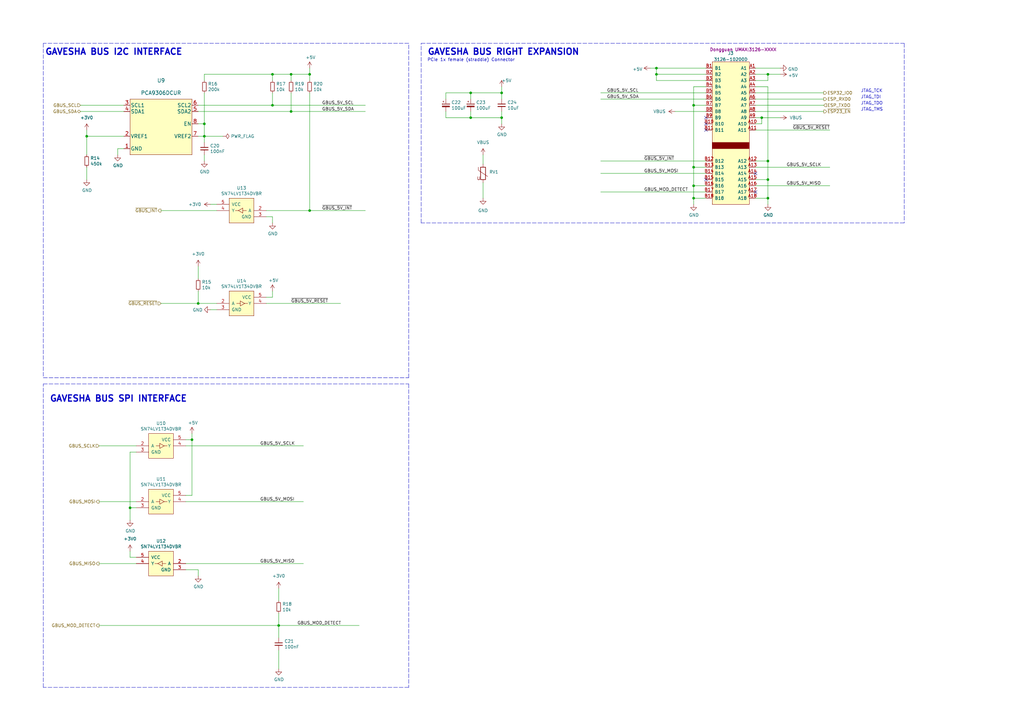
<source format=kicad_sch>
(kicad_sch (version 20211123) (generator eeschema)

  (uuid ef053039-a041-4fdf-bc52-723b3de14360)

  (paper "A3")

  (lib_symbols
    (symbol "Device:C_Small" (pin_numbers hide) (pin_names (offset 0.254) hide) (in_bom yes) (on_board yes)
      (property "Reference" "C" (id 0) (at 0.254 1.778 0)
        (effects (font (size 1.27 1.27)) (justify left))
      )
      (property "Value" "C_Small" (id 1) (at 0.254 -2.032 0)
        (effects (font (size 1.27 1.27)) (justify left))
      )
      (property "Footprint" "" (id 2) (at 0 0 0)
        (effects (font (size 1.27 1.27)) hide)
      )
      (property "Datasheet" "~" (id 3) (at 0 0 0)
        (effects (font (size 1.27 1.27)) hide)
      )
      (property "ki_keywords" "capacitor cap" (id 4) (at 0 0 0)
        (effects (font (size 1.27 1.27)) hide)
      )
      (property "ki_description" "Unpolarized capacitor, small symbol" (id 5) (at 0 0 0)
        (effects (font (size 1.27 1.27)) hide)
      )
      (property "ki_fp_filters" "C_*" (id 6) (at 0 0 0)
        (effects (font (size 1.27 1.27)) hide)
      )
      (symbol "C_Small_0_1"
        (polyline
          (pts
            (xy -1.524 -0.508)
            (xy 1.524 -0.508)
          )
          (stroke (width 0.3302) (type default) (color 0 0 0 0))
          (fill (type none))
        )
        (polyline
          (pts
            (xy -1.524 0.508)
            (xy 1.524 0.508)
          )
          (stroke (width 0.3048) (type default) (color 0 0 0 0))
          (fill (type none))
        )
      )
      (symbol "C_Small_1_1"
        (pin passive line (at 0 2.54 270) (length 2.032)
          (name "~" (effects (font (size 1.27 1.27))))
          (number "1" (effects (font (size 1.27 1.27))))
        )
        (pin passive line (at 0 -2.54 90) (length 2.032)
          (name "~" (effects (font (size 1.27 1.27))))
          (number "2" (effects (font (size 1.27 1.27))))
        )
      )
    )
    (symbol "Device:R_Small" (pin_numbers hide) (pin_names (offset 0.254) hide) (in_bom yes) (on_board yes)
      (property "Reference" "R" (id 0) (at 0.762 0.508 0)
        (effects (font (size 1.27 1.27)) (justify left))
      )
      (property "Value" "R_Small" (id 1) (at 0.762 -1.016 0)
        (effects (font (size 1.27 1.27)) (justify left))
      )
      (property "Footprint" "" (id 2) (at 0 0 0)
        (effects (font (size 1.27 1.27)) hide)
      )
      (property "Datasheet" "~" (id 3) (at 0 0 0)
        (effects (font (size 1.27 1.27)) hide)
      )
      (property "ki_keywords" "R resistor" (id 4) (at 0 0 0)
        (effects (font (size 1.27 1.27)) hide)
      )
      (property "ki_description" "Resistor, small symbol" (id 5) (at 0 0 0)
        (effects (font (size 1.27 1.27)) hide)
      )
      (property "ki_fp_filters" "R_*" (id 6) (at 0 0 0)
        (effects (font (size 1.27 1.27)) hide)
      )
      (symbol "R_Small_0_1"
        (rectangle (start -0.762 1.778) (end 0.762 -1.778)
          (stroke (width 0.2032) (type default) (color 0 0 0 0))
          (fill (type none))
        )
      )
      (symbol "R_Small_1_1"
        (pin passive line (at 0 2.54 270) (length 0.762)
          (name "~" (effects (font (size 1.27 1.27))))
          (number "1" (effects (font (size 1.27 1.27))))
        )
        (pin passive line (at 0 -2.54 90) (length 0.762)
          (name "~" (effects (font (size 1.27 1.27))))
          (number "2" (effects (font (size 1.27 1.27))))
        )
      )
    )
    (symbol "Device:Varistor" (pin_numbers hide) (pin_names (offset 0)) (in_bom yes) (on_board yes)
      (property "Reference" "RV" (id 0) (at 3.175 0 90)
        (effects (font (size 1.27 1.27)))
      )
      (property "Value" "Varistor" (id 1) (at -3.175 0 90)
        (effects (font (size 1.27 1.27)))
      )
      (property "Footprint" "" (id 2) (at -1.778 0 90)
        (effects (font (size 1.27 1.27)) hide)
      )
      (property "Datasheet" "~" (id 3) (at 0 0 0)
        (effects (font (size 1.27 1.27)) hide)
      )
      (property "ki_keywords" "VDR resistance" (id 4) (at 0 0 0)
        (effects (font (size 1.27 1.27)) hide)
      )
      (property "ki_description" "Voltage dependent resistor" (id 5) (at 0 0 0)
        (effects (font (size 1.27 1.27)) hide)
      )
      (property "ki_fp_filters" "RV_* Varistor*" (id 6) (at 0 0 0)
        (effects (font (size 1.27 1.27)) hide)
      )
      (symbol "Varistor_0_0"
        (text "U" (at -1.778 -2.032 0)
          (effects (font (size 1.27 1.27)))
        )
      )
      (symbol "Varistor_0_1"
        (rectangle (start -1.016 -2.54) (end 1.016 2.54)
          (stroke (width 0.254) (type default) (color 0 0 0 0))
          (fill (type none))
        )
        (polyline
          (pts
            (xy -1.905 2.54)
            (xy -1.905 1.27)
            (xy 1.905 -1.27)
          )
          (stroke (width 0) (type default) (color 0 0 0 0))
          (fill (type none))
        )
      )
      (symbol "Varistor_1_1"
        (pin passive line (at 0 3.81 270) (length 1.27)
          (name "~" (effects (font (size 1.27 1.27))))
          (number "1" (effects (font (size 1.27 1.27))))
        )
        (pin passive line (at 0 -3.81 90) (length 1.27)
          (name "~" (effects (font (size 1.27 1.27))))
          (number "2" (effects (font (size 1.27 1.27))))
        )
      )
    )
    (symbol "Dongguan_UMAX:3126-10200D" (pin_names (offset 1.016)) (in_bom yes) (on_board yes)
      (property "Reference" "J" (id 0) (at 0 35.56 0)
        (effects (font (size 1.27 1.27)))
      )
      (property "Value" "3126-10200D" (id 1) (at 0 33.02 0)
        (effects (font (size 1.27 1.27)))
      )
      (property "Footprint" "Dongguan UMAX:3126-XXXX" (id 2) (at 5.08 35.56 0)
        (effects (font (size 1.27 1.27)) hide)
      )
      (property "Datasheet" "" (id 3) (at 5.08 35.56 0)
        (effects (font (size 1.27 1.27)) hide)
      )
      (property "ki_description" "PCI Express x1 Connector, 1.0mm pitch, Stradle mount" (id 4) (at 0 0 0)
        (effects (font (size 1.27 1.27)) hide)
      )
      (symbol "3126-10200D_0_1"
        (rectangle (start -7.62 -2.54) (end 7.62 -5.08)
          (stroke (width 0) (type default) (color 0 0 0 0))
          (fill (type outline))
        )
        (rectangle (start -7.62 30.48) (end 7.62 -27.94)
          (stroke (width 0) (type default) (color 0 0 0 0))
          (fill (type background))
        )
      )
      (symbol "3126-10200D_1_1"
        (pin passive line (at 10.16 27.94 180) (length 2.54)
          (name "A1" (effects (font (size 1.27 1.27))))
          (number "A1" (effects (font (size 1.27 1.27))))
        )
        (pin passive line (at 10.16 5.08 180) (length 2.54)
          (name "A10" (effects (font (size 1.27 1.27))))
          (number "A10" (effects (font (size 1.27 1.27))))
        )
        (pin passive line (at 10.16 2.54 180) (length 2.54)
          (name "A11" (effects (font (size 1.27 1.27))))
          (number "A11" (effects (font (size 1.27 1.27))))
        )
        (pin passive line (at 10.16 -10.16 180) (length 2.54)
          (name "A12" (effects (font (size 1.27 1.27))))
          (number "A12" (effects (font (size 1.27 1.27))))
        )
        (pin passive line (at 10.16 -12.7 180) (length 2.54)
          (name "A13" (effects (font (size 1.27 1.27))))
          (number "A13" (effects (font (size 1.27 1.27))))
        )
        (pin passive line (at 10.16 -15.24 180) (length 2.54)
          (name "A14" (effects (font (size 1.27 1.27))))
          (number "A14" (effects (font (size 1.27 1.27))))
        )
        (pin passive line (at 10.16 -17.78 180) (length 2.54)
          (name "A15" (effects (font (size 1.27 1.27))))
          (number "A15" (effects (font (size 1.27 1.27))))
        )
        (pin passive line (at 10.16 -20.32 180) (length 2.54)
          (name "A16" (effects (font (size 1.27 1.27))))
          (number "A16" (effects (font (size 1.27 1.27))))
        )
        (pin passive line (at 10.16 -22.86 180) (length 2.54)
          (name "A17" (effects (font (size 1.27 1.27))))
          (number "A17" (effects (font (size 1.27 1.27))))
        )
        (pin passive line (at 10.16 -25.4 180) (length 2.54)
          (name "A18" (effects (font (size 1.27 1.27))))
          (number "A18" (effects (font (size 1.27 1.27))))
        )
        (pin passive line (at 10.16 25.4 180) (length 2.54)
          (name "A2" (effects (font (size 1.27 1.27))))
          (number "A2" (effects (font (size 1.27 1.27))))
        )
        (pin passive line (at 10.16 22.86 180) (length 2.54)
          (name "A3" (effects (font (size 1.27 1.27))))
          (number "A3" (effects (font (size 1.27 1.27))))
        )
        (pin passive line (at 10.16 20.32 180) (length 2.54)
          (name "A4" (effects (font (size 1.27 1.27))))
          (number "A4" (effects (font (size 1.27 1.27))))
        )
        (pin passive line (at 10.16 17.78 180) (length 2.54)
          (name "A5" (effects (font (size 1.27 1.27))))
          (number "A5" (effects (font (size 1.27 1.27))))
        )
        (pin passive line (at 10.16 15.24 180) (length 2.54)
          (name "A6" (effects (font (size 1.27 1.27))))
          (number "A6" (effects (font (size 1.27 1.27))))
        )
        (pin passive line (at 10.16 12.7 180) (length 2.54)
          (name "A7" (effects (font (size 1.27 1.27))))
          (number "A7" (effects (font (size 1.27 1.27))))
        )
        (pin passive line (at 10.16 10.16 180) (length 2.54)
          (name "A8" (effects (font (size 1.27 1.27))))
          (number "A8" (effects (font (size 1.27 1.27))))
        )
        (pin passive line (at 10.16 7.62 180) (length 2.54)
          (name "A9" (effects (font (size 1.27 1.27))))
          (number "A9" (effects (font (size 1.27 1.27))))
        )
        (pin passive line (at -10.16 27.94 0) (length 2.54)
          (name "B1" (effects (font (size 1.27 1.27))))
          (number "B1" (effects (font (size 1.27 1.27))))
        )
        (pin passive line (at -10.16 5.08 0) (length 2.54)
          (name "B10" (effects (font (size 1.27 1.27))))
          (number "B10" (effects (font (size 1.27 1.27))))
        )
        (pin passive line (at -10.16 2.54 0) (length 2.54)
          (name "B11" (effects (font (size 1.27 1.27))))
          (number "B11" (effects (font (size 1.27 1.27))))
        )
        (pin passive line (at -10.16 -10.16 0) (length 2.54)
          (name "B12" (effects (font (size 1.27 1.27))))
          (number "B12" (effects (font (size 1.27 1.27))))
        )
        (pin passive line (at -10.16 -12.7 0) (length 2.54)
          (name "B13" (effects (font (size 1.27 1.27))))
          (number "B13" (effects (font (size 1.27 1.27))))
        )
        (pin passive line (at -10.16 -15.24 0) (length 2.54)
          (name "B14" (effects (font (size 1.27 1.27))))
          (number "B14" (effects (font (size 1.27 1.27))))
        )
        (pin passive line (at -10.16 -17.78 0) (length 2.54)
          (name "B15" (effects (font (size 1.27 1.27))))
          (number "B15" (effects (font (size 1.27 1.27))))
        )
        (pin passive line (at -10.16 -20.32 0) (length 2.54)
          (name "B16" (effects (font (size 1.27 1.27))))
          (number "B16" (effects (font (size 1.27 1.27))))
        )
        (pin passive line (at -10.16 -22.86 0) (length 2.54)
          (name "B17" (effects (font (size 1.27 1.27))))
          (number "B17" (effects (font (size 1.27 1.27))))
        )
        (pin passive line (at -10.16 -25.4 0) (length 2.54)
          (name "B18" (effects (font (size 1.27 1.27))))
          (number "B18" (effects (font (size 1.27 1.27))))
        )
        (pin passive line (at -10.16 25.4 0) (length 2.54)
          (name "B2" (effects (font (size 1.27 1.27))))
          (number "B2" (effects (font (size 1.27 1.27))))
        )
        (pin passive line (at -10.16 22.86 0) (length 2.54)
          (name "B3" (effects (font (size 1.27 1.27))))
          (number "B3" (effects (font (size 1.27 1.27))))
        )
        (pin passive line (at -10.16 20.32 0) (length 2.54)
          (name "B4" (effects (font (size 1.27 1.27))))
          (number "B4" (effects (font (size 1.27 1.27))))
        )
        (pin passive line (at -10.16 17.78 0) (length 2.54)
          (name "B5" (effects (font (size 1.27 1.27))))
          (number "B5" (effects (font (size 1.27 1.27))))
        )
        (pin passive line (at -10.16 15.24 0) (length 2.54)
          (name "B6" (effects (font (size 1.27 1.27))))
          (number "B6" (effects (font (size 1.27 1.27))))
        )
        (pin passive line (at -10.16 12.7 0) (length 2.54)
          (name "B7" (effects (font (size 1.27 1.27))))
          (number "B7" (effects (font (size 1.27 1.27))))
        )
        (pin passive line (at -10.16 10.16 0) (length 2.54)
          (name "B8" (effects (font (size 1.27 1.27))))
          (number "B8" (effects (font (size 1.27 1.27))))
        )
        (pin passive line (at -10.16 7.62 0) (length 2.54)
          (name "B9" (effects (font (size 1.27 1.27))))
          (number "B9" (effects (font (size 1.27 1.27))))
        )
      )
    )
    (symbol "G_BOARD_V0.3-rescue:CP_Small-Device" (pin_numbers hide) (pin_names (offset 0.254) hide) (in_bom yes) (on_board yes)
      (property "Reference" "C" (id 0) (at 0.254 1.778 0)
        (effects (font (size 1.27 1.27)) (justify left))
      )
      (property "Value" "CP_Small-Device" (id 1) (at 0.254 -2.032 0)
        (effects (font (size 1.27 1.27)) (justify left))
      )
      (property "Footprint" "" (id 2) (at 0 0 0)
        (effects (font (size 1.27 1.27)) hide)
      )
      (property "Datasheet" "" (id 3) (at 0 0 0)
        (effects (font (size 1.27 1.27)) hide)
      )
      (property "ki_fp_filters" "CP_*" (id 4) (at 0 0 0)
        (effects (font (size 1.27 1.27)) hide)
      )
      (symbol "CP_Small-Device_0_1"
        (rectangle (start -1.524 -0.3048) (end 1.524 -0.6858)
          (stroke (width 0) (type default) (color 0 0 0 0))
          (fill (type outline))
        )
        (rectangle (start -1.524 0.6858) (end 1.524 0.3048)
          (stroke (width 0) (type default) (color 0 0 0 0))
          (fill (type none))
        )
        (polyline
          (pts
            (xy -1.27 1.524)
            (xy -0.762 1.524)
          )
          (stroke (width 0) (type default) (color 0 0 0 0))
          (fill (type none))
        )
        (polyline
          (pts
            (xy -1.016 1.27)
            (xy -1.016 1.778)
          )
          (stroke (width 0) (type default) (color 0 0 0 0))
          (fill (type none))
        )
      )
      (symbol "CP_Small-Device_1_1"
        (pin passive line (at 0 2.54 270) (length 1.8542)
          (name "~" (effects (font (size 1.27 1.27))))
          (number "1" (effects (font (size 1.27 1.27))))
        )
        (pin passive line (at 0 -2.54 90) (length 1.8542)
          (name "~" (effects (font (size 1.27 1.27))))
          (number "2" (effects (font (size 1.27 1.27))))
        )
      )
    )
    (symbol "G_BOARD_V0.3-rescue:PCA9306DCUR-Texas_Interface_I2C" (pin_names (offset 0.254)) (in_bom yes) (on_board yes)
      (property "Reference" "U" (id 0) (at 0 15.24 0)
        (effects (font (size 1.524 1.524)))
      )
      (property "Value" "PCA9306DCUR-Texas_Interface_I2C" (id 1) (at 0 12.7 0)
        (effects (font (size 1.524 1.524)))
      )
      (property "Footprint" "Texas_Instruments:PCA9306DCUR" (id 2) (at 0 11.176 0)
        (effects (font (size 1.524 1.524)) hide)
      )
      (property "Datasheet" "" (id 3) (at -33.02 5.08 0)
        (effects (font (size 1.524 1.524)))
      )
      (property "ki_fp_filters" "DCU8 DCU8-M DCU8-L" (id 4) (at 0 0 0)
        (effects (font (size 1.27 1.27)) hide)
      )
      (symbol "PCA9306DCUR-Texas_Interface_I2C_1_1"
        (rectangle (start -12.7 10.16) (end 12.7 -12.7)
          (stroke (width 0) (type default) (color 0 0 0 0))
          (fill (type background))
        )
        (pin power_in line (at -15.24 -10.16 0) (length 2.54)
          (name "GND" (effects (font (size 1.4986 1.4986))))
          (number "1" (effects (font (size 1.4986 1.4986))))
        )
        (pin power_in line (at -15.24 -5.08 0) (length 2.54)
          (name "VREF1" (effects (font (size 1.4986 1.4986))))
          (number "2" (effects (font (size 1.4986 1.4986))))
        )
        (pin bidirectional line (at -15.24 7.62 0) (length 2.54)
          (name "SCL1" (effects (font (size 1.4986 1.4986))))
          (number "3" (effects (font (size 1.4986 1.4986))))
        )
        (pin bidirectional line (at -15.24 5.08 0) (length 2.54)
          (name "SDA1" (effects (font (size 1.4986 1.4986))))
          (number "4" (effects (font (size 1.4986 1.4986))))
        )
        (pin bidirectional line (at 15.24 5.08 180) (length 2.54)
          (name "SDA2" (effects (font (size 1.4986 1.4986))))
          (number "5" (effects (font (size 1.4986 1.4986))))
        )
        (pin bidirectional line (at 15.24 7.62 180) (length 2.54)
          (name "SCL2" (effects (font (size 1.4986 1.4986))))
          (number "6" (effects (font (size 1.4986 1.4986))))
        )
        (pin power_in line (at 15.24 -5.08 180) (length 2.54)
          (name "VREF2" (effects (font (size 1.4986 1.4986))))
          (number "7" (effects (font (size 1.4986 1.4986))))
        )
        (pin input line (at 15.24 0 180) (length 2.54)
          (name "EN" (effects (font (size 1.4986 1.4986))))
          (number "8" (effects (font (size 1.4986 1.4986))))
        )
      )
    )
    (symbol "G_BOARD_V0.3-rescue:SN74LV1T34DVBR-Texas_Interface_Level_Translate" (pin_names (offset 1.016)) (in_bom yes) (on_board yes)
      (property "Reference" "U" (id 0) (at 7.62 10.16 0)
        (effects (font (size 1.27 1.27)))
      )
      (property "Value" "SN74LV1T34DVBR-Texas_Interface_Level_Translate" (id 1) (at 2.54 7.62 0)
        (effects (font (size 1.27 1.27)))
      )
      (property "Footprint" "Package_TO_SOT_SMD:SOT-23-5" (id 2) (at 0 2.54 0)
        (effects (font (size 1.27 1.27)) hide)
      )
      (property "Datasheet" "" (id 3) (at 0 2.54 0)
        (effects (font (size 1.27 1.27)) hide)
      )
      (symbol "SN74LV1T34DVBR-Texas_Interface_Level_Translate_0_1"
        (rectangle (start -5.08 5.08) (end 5.08 -5.08)
          (stroke (width 0) (type default) (color 0 0 0 0))
          (fill (type background))
        )
        (polyline
          (pts
            (xy -0.508 0)
            (xy -2.032 0)
          )
          (stroke (width 0) (type default) (color 0 0 0 0))
          (fill (type none))
        )
        (polyline
          (pts
            (xy -0.508 1.016)
            (xy -0.508 -1.016)
          )
          (stroke (width 0) (type default) (color 0 0 0 0))
          (fill (type none))
        )
        (polyline
          (pts
            (xy -0.508 1.016)
            (xy 1.27 0)
          )
          (stroke (width 0) (type default) (color 0 0 0 0))
          (fill (type none))
        )
        (polyline
          (pts
            (xy 1.27 0)
            (xy 2.54 0)
          )
          (stroke (width 0) (type default) (color 0 0 0 0))
          (fill (type none))
        )
      )
      (symbol "SN74LV1T34DVBR-Texas_Interface_Level_Translate_1_1"
        (polyline
          (pts
            (xy 1.27 0)
            (xy -0.508 -1.016)
          )
          (stroke (width 0) (type default) (color 0 0 0 0))
          (fill (type none))
        )
        (pin no_connect line (at -10.16 2.54 0) (length 5.08) hide
          (name "NC" (effects (font (size 1.27 1.27))))
          (number "1" (effects (font (size 1.27 1.27))))
        )
        (pin input line (at -10.16 0 0) (length 5.08)
          (name "A" (effects (font (size 1.27 1.27))))
          (number "2" (effects (font (size 1.27 1.27))))
        )
        (pin power_in line (at -10.16 -2.54 0) (length 5.08)
          (name "GND" (effects (font (size 1.27 1.27))))
          (number "3" (effects (font (size 1.27 1.27))))
        )
        (pin output line (at 10.16 0 180) (length 5.08)
          (name "Y" (effects (font (size 1.27 1.27))))
          (number "4" (effects (font (size 1.27 1.27))))
        )
        (pin power_in line (at 10.16 2.54 180) (length 5.08)
          (name "VCC" (effects (font (size 1.27 1.27))))
          (number "5" (effects (font (size 1.27 1.27))))
        )
      )
    )
    (symbol "power:+3V0" (power) (pin_names (offset 0)) (in_bom yes) (on_board yes)
      (property "Reference" "#PWR" (id 0) (at 0 -3.81 0)
        (effects (font (size 1.27 1.27)) hide)
      )
      (property "Value" "+3V0" (id 1) (at 0 3.556 0)
        (effects (font (size 1.27 1.27)))
      )
      (property "Footprint" "" (id 2) (at 0 0 0)
        (effects (font (size 1.27 1.27)) hide)
      )
      (property "Datasheet" "" (id 3) (at 0 0 0)
        (effects (font (size 1.27 1.27)) hide)
      )
      (property "ki_keywords" "power-flag" (id 4) (at 0 0 0)
        (effects (font (size 1.27 1.27)) hide)
      )
      (property "ki_description" "Power symbol creates a global label with name \"+3V0\"" (id 5) (at 0 0 0)
        (effects (font (size 1.27 1.27)) hide)
      )
      (symbol "+3V0_0_1"
        (polyline
          (pts
            (xy -0.762 1.27)
            (xy 0 2.54)
          )
          (stroke (width 0) (type default) (color 0 0 0 0))
          (fill (type none))
        )
        (polyline
          (pts
            (xy 0 0)
            (xy 0 2.54)
          )
          (stroke (width 0) (type default) (color 0 0 0 0))
          (fill (type none))
        )
        (polyline
          (pts
            (xy 0 2.54)
            (xy 0.762 1.27)
          )
          (stroke (width 0) (type default) (color 0 0 0 0))
          (fill (type none))
        )
      )
      (symbol "+3V0_1_1"
        (pin power_in line (at 0 0 90) (length 0) hide
          (name "+3V0" (effects (font (size 1.27 1.27))))
          (number "1" (effects (font (size 1.27 1.27))))
        )
      )
    )
    (symbol "power:+5V" (power) (pin_names (offset 0)) (in_bom yes) (on_board yes)
      (property "Reference" "#PWR" (id 0) (at 0 -3.81 0)
        (effects (font (size 1.27 1.27)) hide)
      )
      (property "Value" "+5V" (id 1) (at 0 3.556 0)
        (effects (font (size 1.27 1.27)))
      )
      (property "Footprint" "" (id 2) (at 0 0 0)
        (effects (font (size 1.27 1.27)) hide)
      )
      (property "Datasheet" "" (id 3) (at 0 0 0)
        (effects (font (size 1.27 1.27)) hide)
      )
      (property "ki_keywords" "power-flag" (id 4) (at 0 0 0)
        (effects (font (size 1.27 1.27)) hide)
      )
      (property "ki_description" "Power symbol creates a global label with name \"+5V\"" (id 5) (at 0 0 0)
        (effects (font (size 1.27 1.27)) hide)
      )
      (symbol "+5V_0_1"
        (polyline
          (pts
            (xy -0.762 1.27)
            (xy 0 2.54)
          )
          (stroke (width 0) (type default) (color 0 0 0 0))
          (fill (type none))
        )
        (polyline
          (pts
            (xy 0 0)
            (xy 0 2.54)
          )
          (stroke (width 0) (type default) (color 0 0 0 0))
          (fill (type none))
        )
        (polyline
          (pts
            (xy 0 2.54)
            (xy 0.762 1.27)
          )
          (stroke (width 0) (type default) (color 0 0 0 0))
          (fill (type none))
        )
      )
      (symbol "+5V_1_1"
        (pin power_in line (at 0 0 90) (length 0) hide
          (name "+5V" (effects (font (size 1.27 1.27))))
          (number "1" (effects (font (size 1.27 1.27))))
        )
      )
    )
    (symbol "power:GND" (power) (pin_names (offset 0)) (in_bom yes) (on_board yes)
      (property "Reference" "#PWR" (id 0) (at 0 -6.35 0)
        (effects (font (size 1.27 1.27)) hide)
      )
      (property "Value" "GND" (id 1) (at 0 -3.81 0)
        (effects (font (size 1.27 1.27)))
      )
      (property "Footprint" "" (id 2) (at 0 0 0)
        (effects (font (size 1.27 1.27)) hide)
      )
      (property "Datasheet" "" (id 3) (at 0 0 0)
        (effects (font (size 1.27 1.27)) hide)
      )
      (property "ki_keywords" "power-flag" (id 4) (at 0 0 0)
        (effects (font (size 1.27 1.27)) hide)
      )
      (property "ki_description" "Power symbol creates a global label with name \"GND\" , ground" (id 5) (at 0 0 0)
        (effects (font (size 1.27 1.27)) hide)
      )
      (symbol "GND_0_1"
        (polyline
          (pts
            (xy 0 0)
            (xy 0 -1.27)
            (xy 1.27 -1.27)
            (xy 0 -2.54)
            (xy -1.27 -1.27)
            (xy 0 -1.27)
          )
          (stroke (width 0) (type default) (color 0 0 0 0))
          (fill (type none))
        )
      )
      (symbol "GND_1_1"
        (pin power_in line (at 0 0 270) (length 0) hide
          (name "GND" (effects (font (size 1.27 1.27))))
          (number "1" (effects (font (size 1.27 1.27))))
        )
      )
    )
    (symbol "power:PWR_FLAG" (power) (pin_numbers hide) (pin_names (offset 0) hide) (in_bom yes) (on_board yes)
      (property "Reference" "#FLG" (id 0) (at 0 1.905 0)
        (effects (font (size 1.27 1.27)) hide)
      )
      (property "Value" "PWR_FLAG" (id 1) (at 0 3.81 0)
        (effects (font (size 1.27 1.27)))
      )
      (property "Footprint" "" (id 2) (at 0 0 0)
        (effects (font (size 1.27 1.27)) hide)
      )
      (property "Datasheet" "~" (id 3) (at 0 0 0)
        (effects (font (size 1.27 1.27)) hide)
      )
      (property "ki_keywords" "power-flag" (id 4) (at 0 0 0)
        (effects (font (size 1.27 1.27)) hide)
      )
      (property "ki_description" "Special symbol for telling ERC where power comes from" (id 5) (at 0 0 0)
        (effects (font (size 1.27 1.27)) hide)
      )
      (symbol "PWR_FLAG_0_0"
        (pin power_out line (at 0 0 90) (length 0)
          (name "pwr" (effects (font (size 1.27 1.27))))
          (number "1" (effects (font (size 1.27 1.27))))
        )
      )
      (symbol "PWR_FLAG_0_1"
        (polyline
          (pts
            (xy 0 0)
            (xy 0 1.27)
            (xy -1.016 1.905)
            (xy 0 2.54)
            (xy 1.016 1.905)
            (xy 0 1.27)
          )
          (stroke (width 0) (type default) (color 0 0 0 0))
          (fill (type none))
        )
      )
    )
    (symbol "power:VBUS" (power) (pin_names (offset 0)) (in_bom yes) (on_board yes)
      (property "Reference" "#PWR" (id 0) (at 0 -3.81 0)
        (effects (font (size 1.27 1.27)) hide)
      )
      (property "Value" "VBUS" (id 1) (at 0 3.81 0)
        (effects (font (size 1.27 1.27)))
      )
      (property "Footprint" "" (id 2) (at 0 0 0)
        (effects (font (size 1.27 1.27)) hide)
      )
      (property "Datasheet" "" (id 3) (at 0 0 0)
        (effects (font (size 1.27 1.27)) hide)
      )
      (property "ki_keywords" "power-flag" (id 4) (at 0 0 0)
        (effects (font (size 1.27 1.27)) hide)
      )
      (property "ki_description" "Power symbol creates a global label with name \"VBUS\"" (id 5) (at 0 0 0)
        (effects (font (size 1.27 1.27)) hide)
      )
      (symbol "VBUS_0_1"
        (polyline
          (pts
            (xy -0.762 1.27)
            (xy 0 2.54)
          )
          (stroke (width 0) (type default) (color 0 0 0 0))
          (fill (type none))
        )
        (polyline
          (pts
            (xy 0 0)
            (xy 0 2.54)
          )
          (stroke (width 0) (type default) (color 0 0 0 0))
          (fill (type none))
        )
        (polyline
          (pts
            (xy 0 2.54)
            (xy 0.762 1.27)
          )
          (stroke (width 0) (type default) (color 0 0 0 0))
          (fill (type none))
        )
      )
      (symbol "VBUS_1_1"
        (pin power_in line (at 0 0 90) (length 0) hide
          (name "VBUS" (effects (font (size 1.27 1.27))))
          (number "1" (effects (font (size 1.27 1.27))))
        )
      )
    )
  )

  (junction (at 35.56 55.88) (diameter 0) (color 0 0 0 0)
    (uuid 0752d078-0b2e-4bd7-81b5-c9715058d572)
  )
  (junction (at 193.04 38.1) (diameter 0) (color 0 0 0 0)
    (uuid 0a5a1f02-6304-4906-b782-b1236dc7d1dc)
  )
  (junction (at 193.04 48.26) (diameter 0) (color 0 0 0 0)
    (uuid 0d34ae8f-19e4-41dc-98b6-8cb6d3a60a5f)
  )
  (junction (at 114.3 256.54) (diameter 0) (color 0 0 0 0)
    (uuid 1bd1c196-6f13-4eeb-86a2-e9bfdb1d2285)
  )
  (junction (at 78.74 180.34) (diameter 0) (color 0 0 0 0)
    (uuid 3670809d-345d-43c3-b933-182a68891996)
  )
  (junction (at 269.24 27.94) (diameter 0) (color 0 0 0 0)
    (uuid 371d52cd-230b-4b95-b6aa-8cafcf00ef51)
  )
  (junction (at 284.48 81.28) (diameter 0) (color 0 0 0 0)
    (uuid 43481ad2-df08-423a-bed0-0f121a2064d1)
  )
  (junction (at 127 86.36) (diameter 0) (color 0 0 0 0)
    (uuid 43f0b881-2975-4da7-b599-f755c03c25d7)
  )
  (junction (at 83.82 50.8) (diameter 0) (color 0 0 0 0)
    (uuid 4b138b83-7cc3-41b4-8d14-004d33cd0544)
  )
  (junction (at 284.48 76.2) (diameter 0) (color 0 0 0 0)
    (uuid 5da51937-45d6-4797-bbe1-f07a30284939)
  )
  (junction (at 314.96 73.66) (diameter 0) (color 0 0 0 0)
    (uuid 5e11f246-8ba5-4472-b6bc-5ea3f4e24688)
  )
  (junction (at 119.38 30.48) (diameter 0) (color 0 0 0 0)
    (uuid 6078e0c3-6150-4715-88c0-a2b7b1e7feff)
  )
  (junction (at 205.74 48.26) (diameter 0) (color 0 0 0 0)
    (uuid 63ec6aa9-c332-4e93-bdf8-e86e3226efff)
  )
  (junction (at 81.28 124.46) (diameter 0) (color 0 0 0 0)
    (uuid 660c9472-9433-4cd6-9cdf-15ee235b6799)
  )
  (junction (at 111.76 30.48) (diameter 0) (color 0 0 0 0)
    (uuid 6eed02c1-1695-4b10-a029-504248bd5de0)
  )
  (junction (at 83.82 55.88) (diameter 0) (color 0 0 0 0)
    (uuid 72805052-0281-4821-8958-ba5d52d182f3)
  )
  (junction (at 127 30.48) (diameter 0) (color 0 0 0 0)
    (uuid 789ec9b0-6a9d-4d7b-94b0-1c0ee4547834)
  )
  (junction (at 314.96 81.28) (diameter 0) (color 0 0 0 0)
    (uuid 845c7ae5-4216-41d0-987f-030b12d53ac7)
  )
  (junction (at 205.74 38.1) (diameter 0) (color 0 0 0 0)
    (uuid a11f01b5-bf50-4f0a-889e-38824d4853c8)
  )
  (junction (at 284.48 68.58) (diameter 0) (color 0 0 0 0)
    (uuid c0d4e74e-d414-4d6c-bf59-2a1133e89a2e)
  )
  (junction (at 314.96 66.04) (diameter 0) (color 0 0 0 0)
    (uuid cd4f46b1-bc1d-4d64-a71e-2b5a8fab9d4a)
  )
  (junction (at 312.42 48.26) (diameter 0) (color 0 0 0 0)
    (uuid d4faa073-b365-42ce-91a3-484164af6249)
  )
  (junction (at 53.34 208.28) (diameter 0) (color 0 0 0 0)
    (uuid d63e8d4a-342e-4373-a9ef-e992ced71c66)
  )
  (junction (at 284.48 43.18) (diameter 0) (color 0 0 0 0)
    (uuid e0bb494b-4704-4ace-a0e9-dee0ae97ae4f)
  )
  (junction (at 269.24 30.48) (diameter 0) (color 0 0 0 0)
    (uuid e48c0d5c-759f-4d93-bafe-05e991e57536)
  )
  (junction (at 119.38 45.72) (diameter 0) (color 0 0 0 0)
    (uuid eaef9b18-e8ea-4ba7-8211-6474b9e45db9)
  )
  (junction (at 111.76 43.18) (diameter 0) (color 0 0 0 0)
    (uuid ee38ca19-1a85-4ecd-9840-eac1ab21fac5)
  )
  (junction (at 314.96 30.48) (diameter 0) (color 0 0 0 0)
    (uuid fd2f2088-23a6-45d0-976f-4412e92f0346)
  )

  (no_connect (at 289.56 53.34) (uuid 4d1fe00f-1a8f-427b-aa38-f1ad14741521))
  (no_connect (at 289.56 73.66) (uuid 718ffaf7-d564-4e3e-b248-616482c0a5f1))
  (no_connect (at 289.56 48.26) (uuid a62fb1ef-9b0d-4b51-8e39-dc3f5587d057))
  (no_connect (at 309.88 78.74) (uuid ab5cca49-b16d-4a7b-a618-6b322d0c83d1))
  (no_connect (at 309.88 71.12) (uuid e06e487c-d31f-4938-bfc5-3cadfce3c1d4))
  (no_connect (at 289.56 50.8) (uuid fc784543-e2c6-43d8-94e5-47b5ec910c6f))

  (wire (pts (xy 309.88 76.2) (xy 340.36 76.2))
    (stroke (width 0) (type default) (color 0 0 0 0))
    (uuid 0161dcab-c7f4-4ab5-a7d0-d8b5505a869a)
  )
  (wire (pts (xy 114.3 256.54) (xy 147.32 256.54))
    (stroke (width 0) (type default) (color 0 0 0 0))
    (uuid 03ceeb46-95f8-4601-86a5-ef4d25e2c303)
  )
  (wire (pts (xy 193.04 48.26) (xy 205.74 48.26))
    (stroke (width 0) (type default) (color 0 0 0 0))
    (uuid 069ee298-eb2a-479c-a5dd-027316389484)
  )
  (wire (pts (xy 312.42 48.26) (xy 320.04 48.26))
    (stroke (width 0) (type default) (color 0 0 0 0))
    (uuid 07e09e01-b15d-4ade-b8fe-369a050c2e00)
  )
  (wire (pts (xy 48.26 60.96) (xy 50.8 60.96))
    (stroke (width 0) (type default) (color 0 0 0 0))
    (uuid 09a680bb-1deb-4b60-a3a8-b8ea44176e2a)
  )
  (wire (pts (xy 289.56 43.18) (xy 284.48 43.18))
    (stroke (width 0) (type default) (color 0 0 0 0))
    (uuid 09db5301-66b2-4771-bbc0-6a4be2ae1ba9)
  )
  (wire (pts (xy 109.22 124.46) (xy 139.7 124.46))
    (stroke (width 0) (type default) (color 0 0 0 0))
    (uuid 0d83a97a-2616-4615-a1ad-0ef3eab057ab)
  )
  (wire (pts (xy 314.96 30.48) (xy 320.04 30.48))
    (stroke (width 0) (type default) (color 0 0 0 0))
    (uuid 0e2fece5-5120-4b81-a85e-996af5b1da1f)
  )
  (wire (pts (xy 193.04 40.64) (xy 193.04 38.1))
    (stroke (width 0) (type default) (color 0 0 0 0))
    (uuid 10043a32-0dcd-4786-90b8-b6e8e8b45682)
  )
  (wire (pts (xy 284.48 68.58) (xy 284.48 76.2))
    (stroke (width 0) (type default) (color 0 0 0 0))
    (uuid 1081c86b-baa5-4d61-9a70-45b95c872bd4)
  )
  (wire (pts (xy 81.28 109.22) (xy 81.28 114.3))
    (stroke (width 0) (type default) (color 0 0 0 0))
    (uuid 10889f55-8444-4ade-9458-897f4a5c3677)
  )
  (wire (pts (xy 246.38 78.74) (xy 289.56 78.74))
    (stroke (width 0) (type default) (color 0 0 0 0))
    (uuid 11f99d10-e1df-46a8-912b-b4edc1a6f76b)
  )
  (wire (pts (xy 35.56 73.66) (xy 35.56 68.58))
    (stroke (width 0) (type default) (color 0 0 0 0))
    (uuid 11fbca2b-d3e0-407a-bd52-d07e45811980)
  )
  (wire (pts (xy 284.48 81.28) (xy 284.48 76.2))
    (stroke (width 0) (type default) (color 0 0 0 0))
    (uuid 1594840e-a012-4dd8-beab-e6b98734eb57)
  )
  (wire (pts (xy 53.34 226.06) (xy 53.34 228.6))
    (stroke (width 0) (type default) (color 0 0 0 0))
    (uuid 173b4a52-4fe9-44b2-93c7-d8b26b037df3)
  )
  (wire (pts (xy 269.24 33.02) (xy 289.56 33.02))
    (stroke (width 0) (type default) (color 0 0 0 0))
    (uuid 1783c096-510a-4b46-b160-0fcc94dab8ab)
  )
  (wire (pts (xy 53.34 228.6) (xy 55.88 228.6))
    (stroke (width 0) (type default) (color 0 0 0 0))
    (uuid 1cea570e-feff-4861-a03a-ae8228ce5f6a)
  )
  (wire (pts (xy 83.82 58.42) (xy 83.82 55.88))
    (stroke (width 0) (type default) (color 0 0 0 0))
    (uuid 1d0d0d13-cede-4bd3-87f3-56f3e37f9426)
  )
  (polyline (pts (xy 370.84 91.44) (xy 172.72 91.44))
    (stroke (width 0) (type default) (color 0 0 0 0))
    (uuid 1f9fd5df-0054-451a-a613-40b223d90391)
  )

  (wire (pts (xy 309.88 73.66) (xy 314.96 73.66))
    (stroke (width 0) (type default) (color 0 0 0 0))
    (uuid 232d34e9-7739-4c17-a9dc-426ec565a85f)
  )
  (wire (pts (xy 309.88 43.18) (xy 337.82 43.18))
    (stroke (width 0) (type default) (color 0 0 0 0))
    (uuid 24d978ca-03be-4c8d-a5c6-3a7ff8f56155)
  )
  (wire (pts (xy 284.48 68.58) (xy 289.56 68.58))
    (stroke (width 0) (type default) (color 0 0 0 0))
    (uuid 26b31e60-0b58-47ad-a977-f244f19f43af)
  )
  (wire (pts (xy 205.74 35.56) (xy 205.74 38.1))
    (stroke (width 0) (type default) (color 0 0 0 0))
    (uuid 28e9910b-112e-4f97-959b-3c79d26c188f)
  )
  (wire (pts (xy 81.28 233.68) (xy 81.28 236.22))
    (stroke (width 0) (type default) (color 0 0 0 0))
    (uuid 2a15b052-3e2e-4393-bd09-f1644c64759a)
  )
  (wire (pts (xy 33.02 43.18) (xy 50.8 43.18))
    (stroke (width 0) (type default) (color 0 0 0 0))
    (uuid 2a6df38c-7427-46a9-b145-9c2f40a97624)
  )
  (wire (pts (xy 269.24 33.02) (xy 269.24 30.48))
    (stroke (width 0) (type default) (color 0 0 0 0))
    (uuid 2c6e10a7-249f-41bb-8e72-31102773cb25)
  )
  (wire (pts (xy 111.76 43.18) (xy 149.86 43.18))
    (stroke (width 0) (type default) (color 0 0 0 0))
    (uuid 2ca0748f-5114-45c6-bf0c-a01ee7391ea1)
  )
  (wire (pts (xy 309.88 68.58) (xy 340.36 68.58))
    (stroke (width 0) (type default) (color 0 0 0 0))
    (uuid 2fda106c-4c11-400e-9a5f-89e91b659984)
  )
  (polyline (pts (xy 167.64 17.78) (xy 17.78 17.78))
    (stroke (width 0) (type default) (color 0 0 0 0))
    (uuid 31b5a6b5-fe55-4047-b4bb-17be7c47bc1a)
  )

  (wire (pts (xy 88.9 124.46) (xy 81.28 124.46))
    (stroke (width 0) (type default) (color 0 0 0 0))
    (uuid 340b728c-27f0-452c-b792-4ba80e09e574)
  )
  (wire (pts (xy 76.2 231.14) (xy 124.46 231.14))
    (stroke (width 0) (type default) (color 0 0 0 0))
    (uuid 37b49429-8597-4b6b-8156-e0da0ed0880e)
  )
  (polyline (pts (xy 17.78 157.48) (xy 167.64 157.48))
    (stroke (width 0) (type default) (color 0 0 0 0))
    (uuid 3843eda5-f0e3-493b-a8be-4303df7f9ef5)
  )
  (polyline (pts (xy 17.78 281.94) (xy 17.78 157.48))
    (stroke (width 0) (type default) (color 0 0 0 0))
    (uuid 394556c7-45ee-44f8-a0ce-0b081a071311)
  )

  (wire (pts (xy 78.74 203.2) (xy 78.74 180.34))
    (stroke (width 0) (type default) (color 0 0 0 0))
    (uuid 3952fcc5-d39c-438f-af69-3ab2fe53ec45)
  )
  (wire (pts (xy 314.96 66.04) (xy 314.96 73.66))
    (stroke (width 0) (type default) (color 0 0 0 0))
    (uuid 3e606bba-3a14-4df2-b26f-898cf96398e6)
  )
  (wire (pts (xy 111.76 119.38) (xy 111.76 121.92))
    (stroke (width 0) (type default) (color 0 0 0 0))
    (uuid 3e6b12db-309b-4c63-8b79-79530b40d54a)
  )
  (wire (pts (xy 76.2 182.88) (xy 124.46 182.88))
    (stroke (width 0) (type default) (color 0 0 0 0))
    (uuid 3e9489ee-4891-4cf2-9e86-7e02e1665c70)
  )
  (polyline (pts (xy 17.78 154.94) (xy 167.64 154.94))
    (stroke (width 0) (type default) (color 0 0 0 0))
    (uuid 3fb26e67-7e65-4625-8ac4-7d7f384b33b8)
  )

  (wire (pts (xy 309.88 53.34) (xy 340.36 53.34))
    (stroke (width 0) (type default) (color 0 0 0 0))
    (uuid 44556f6a-a7a3-4791-9326-872864c089c9)
  )
  (wire (pts (xy 205.74 45.72) (xy 205.74 48.26))
    (stroke (width 0) (type default) (color 0 0 0 0))
    (uuid 44f06f51-17fc-4066-8cb6-491c553f2431)
  )
  (wire (pts (xy 309.88 38.1) (xy 337.82 38.1))
    (stroke (width 0) (type default) (color 0 0 0 0))
    (uuid 46743e66-c3ee-47dd-8332-c10c89d2b5d3)
  )
  (wire (pts (xy 35.56 53.34) (xy 35.56 55.88))
    (stroke (width 0) (type default) (color 0 0 0 0))
    (uuid 48d85491-5f17-415d-b4cd-e1837aa6e984)
  )
  (wire (pts (xy 83.82 55.88) (xy 81.28 55.88))
    (stroke (width 0) (type default) (color 0 0 0 0))
    (uuid 494d5035-c70b-41c8-9a68-63cd346086c1)
  )
  (wire (pts (xy 309.88 33.02) (xy 314.96 33.02))
    (stroke (width 0) (type default) (color 0 0 0 0))
    (uuid 4963e287-0f92-41ab-ac61-f91a23c2aa65)
  )
  (wire (pts (xy 83.82 30.48) (xy 111.76 30.48))
    (stroke (width 0) (type default) (color 0 0 0 0))
    (uuid 4a324050-97c6-4640-af99-fc4f5b2de713)
  )
  (wire (pts (xy 88.9 86.36) (xy 66.04 86.36))
    (stroke (width 0) (type default) (color 0 0 0 0))
    (uuid 4b678944-3e6a-4ba6-8cce-ae34a26b1d9a)
  )
  (wire (pts (xy 114.3 251.46) (xy 114.3 256.54))
    (stroke (width 0) (type default) (color 0 0 0 0))
    (uuid 4dafe497-d4db-44a5-876c-de9868b80af7)
  )
  (wire (pts (xy 35.56 55.88) (xy 50.8 55.88))
    (stroke (width 0) (type default) (color 0 0 0 0))
    (uuid 4f9ec737-1b5d-4596-8e5e-2632ecfe5535)
  )
  (wire (pts (xy 111.76 30.48) (xy 119.38 30.48))
    (stroke (width 0) (type default) (color 0 0 0 0))
    (uuid 4fb6386e-76ed-4f8d-add8-378b0751dee2)
  )
  (wire (pts (xy 269.24 30.48) (xy 269.24 27.94))
    (stroke (width 0) (type default) (color 0 0 0 0))
    (uuid 51dacbb7-9599-4b10-a3ce-8f6ad210dc36)
  )
  (wire (pts (xy 109.22 86.36) (xy 127 86.36))
    (stroke (width 0) (type default) (color 0 0 0 0))
    (uuid 5377dcd9-02a4-400f-80f1-813014da95c6)
  )
  (wire (pts (xy 114.3 241.3) (xy 114.3 246.38))
    (stroke (width 0) (type default) (color 0 0 0 0))
    (uuid 556cc207-b53a-4bfc-bbff-d6d1148363ad)
  )
  (wire (pts (xy 205.74 40.64) (xy 205.74 38.1))
    (stroke (width 0) (type default) (color 0 0 0 0))
    (uuid 56842a4f-89b0-4624-bebd-cd1a6f3dd788)
  )
  (wire (pts (xy 309.88 81.28) (xy 314.96 81.28))
    (stroke (width 0) (type default) (color 0 0 0 0))
    (uuid 5a317158-2b69-45b1-9eef-bcf83bb41611)
  )
  (wire (pts (xy 193.04 48.26) (xy 193.04 45.72))
    (stroke (width 0) (type default) (color 0 0 0 0))
    (uuid 5a36b378-66c5-42ae-89c4-076cba1ccf4f)
  )
  (polyline (pts (xy 370.84 17.78) (xy 370.84 91.44))
    (stroke (width 0) (type default) (color 0 0 0 0))
    (uuid 5c61ddbb-1fdf-44ff-844e-47cbc515924f)
  )

  (wire (pts (xy 83.82 33.02) (xy 83.82 30.48))
    (stroke (width 0) (type default) (color 0 0 0 0))
    (uuid 5d019b79-800a-443c-8bc3-a5cb03e603a1)
  )
  (wire (pts (xy 111.76 33.02) (xy 111.76 30.48))
    (stroke (width 0) (type default) (color 0 0 0 0))
    (uuid 5d179995-dc93-4fbe-85f2-fad75a1262d3)
  )
  (wire (pts (xy 314.96 35.56) (xy 309.88 35.56))
    (stroke (width 0) (type default) (color 0 0 0 0))
    (uuid 5d3a7c90-088a-4434-9e24-abda93399a1a)
  )
  (wire (pts (xy 198.12 74.93) (xy 198.12 81.28))
    (stroke (width 0) (type default) (color 0 0 0 0))
    (uuid 5fec33c4-5b2c-4fa7-b21e-63db90cd6484)
  )
  (polyline (pts (xy 17.78 17.78) (xy 17.78 154.94))
    (stroke (width 0) (type default) (color 0 0 0 0))
    (uuid 613eccb5-eaf4-44be-8e5f-283ddfc41436)
  )

  (wire (pts (xy 309.88 45.72) (xy 337.82 45.72))
    (stroke (width 0) (type default) (color 0 0 0 0))
    (uuid 6576757f-f0d4-4333-85c3-45e0feab3805)
  )
  (wire (pts (xy 246.38 66.04) (xy 289.56 66.04))
    (stroke (width 0) (type default) (color 0 0 0 0))
    (uuid 733ad772-9398-4a94-9643-dc18e17a71a9)
  )
  (wire (pts (xy 111.76 121.92) (xy 109.22 121.92))
    (stroke (width 0) (type default) (color 0 0 0 0))
    (uuid 74b9f344-1d59-4a73-82ac-155f1b4b4f17)
  )
  (wire (pts (xy 127 38.1) (xy 127 86.36))
    (stroke (width 0) (type default) (color 0 0 0 0))
    (uuid 76c5ff6c-5780-45d8-9050-be3f3e43c148)
  )
  (wire (pts (xy 193.04 38.1) (xy 205.74 38.1))
    (stroke (width 0) (type default) (color 0 0 0 0))
    (uuid 788f90ef-644b-4a8f-99fd-1232a1bae96f)
  )
  (wire (pts (xy 78.74 180.34) (xy 76.2 180.34))
    (stroke (width 0) (type default) (color 0 0 0 0))
    (uuid 78eb96e2-c78d-472b-b7ab-e3a4bb72ea55)
  )
  (wire (pts (xy 246.38 38.1) (xy 289.56 38.1))
    (stroke (width 0) (type default) (color 0 0 0 0))
    (uuid 794d18dc-f94e-4af2-b17e-091aa508ff3f)
  )
  (wire (pts (xy 284.48 35.56) (xy 284.48 43.18))
    (stroke (width 0) (type default) (color 0 0 0 0))
    (uuid 79c33451-f74c-4f78-8364-27cf3f73a9e0)
  )
  (wire (pts (xy 269.24 27.94) (xy 266.7 27.94))
    (stroke (width 0) (type default) (color 0 0 0 0))
    (uuid 7ac6f53f-2b17-4a44-bc56-d88709ffe66d)
  )
  (wire (pts (xy 246.38 40.64) (xy 289.56 40.64))
    (stroke (width 0) (type default) (color 0 0 0 0))
    (uuid 7ae0a34d-2532-4a2c-a25e-9a48e109f94e)
  )
  (wire (pts (xy 91.44 55.88) (xy 83.82 55.88))
    (stroke (width 0) (type default) (color 0 0 0 0))
    (uuid 7ae5f274-5b5e-485e-9e3e-0730215cf6de)
  )
  (wire (pts (xy 269.24 27.94) (xy 289.56 27.94))
    (stroke (width 0) (type default) (color 0 0 0 0))
    (uuid 7b0fecea-75b3-44d8-8eb6-d8f5d4ad70a1)
  )
  (wire (pts (xy 81.28 233.68) (xy 76.2 233.68))
    (stroke (width 0) (type default) (color 0 0 0 0))
    (uuid 7c691b7a-e3e6-4a69-bec9-29694ecc0c3e)
  )
  (wire (pts (xy 86.36 83.82) (xy 88.9 83.82))
    (stroke (width 0) (type default) (color 0 0 0 0))
    (uuid 7d31f65d-0e2e-4ef5-8eba-cee4c833c38b)
  )
  (wire (pts (xy 119.38 38.1) (xy 119.38 45.72))
    (stroke (width 0) (type default) (color 0 0 0 0))
    (uuid 81fe6900-b843-4ea2-b1e9-445c79767d50)
  )
  (wire (pts (xy 81.28 119.38) (xy 81.28 124.46))
    (stroke (width 0) (type default) (color 0 0 0 0))
    (uuid 829efbf1-7dc6-419e-8e38-f9a78dc20158)
  )
  (wire (pts (xy 109.22 88.9) (xy 111.76 88.9))
    (stroke (width 0) (type default) (color 0 0 0 0))
    (uuid 82fbb419-b2f9-49e9-9ca2-8d40efdc4c06)
  )
  (wire (pts (xy 276.86 45.72) (xy 289.56 45.72))
    (stroke (width 0) (type default) (color 0 0 0 0))
    (uuid 8682179d-18c3-422b-b193-dd7548af4145)
  )
  (wire (pts (xy 314.96 83.82) (xy 314.96 81.28))
    (stroke (width 0) (type default) (color 0 0 0 0))
    (uuid 87aebc47-5cb1-4661-8411-7ab75635ee81)
  )
  (wire (pts (xy 114.3 261.62) (xy 114.3 256.54))
    (stroke (width 0) (type default) (color 0 0 0 0))
    (uuid 87af6117-3a3f-4a37-ac19-34380e1b6ca3)
  )
  (wire (pts (xy 119.38 33.02) (xy 119.38 30.48))
    (stroke (width 0) (type default) (color 0 0 0 0))
    (uuid 88ad12f7-4e0e-4278-bf4e-e5e0599dce41)
  )
  (wire (pts (xy 127 33.02) (xy 127 30.48))
    (stroke (width 0) (type default) (color 0 0 0 0))
    (uuid 8bef84a3-32c1-4762-9dbb-2299bea9cc59)
  )
  (polyline (pts (xy 167.64 157.48) (xy 167.64 281.94))
    (stroke (width 0) (type default) (color 0 0 0 0))
    (uuid 8fc18a56-a828-483f-bed6-02fba8b39ee3)
  )

  (wire (pts (xy 111.76 88.9) (xy 111.76 91.44))
    (stroke (width 0) (type default) (color 0 0 0 0))
    (uuid 9478c361-c656-4c59-a2b9-c552af171542)
  )
  (wire (pts (xy 314.96 30.48) (xy 314.96 33.02))
    (stroke (width 0) (type default) (color 0 0 0 0))
    (uuid 95b10a23-436a-4dae-8653-f06482005697)
  )
  (wire (pts (xy 55.88 182.88) (xy 40.64 182.88))
    (stroke (width 0) (type default) (color 0 0 0 0))
    (uuid 984e4da2-1381-4574-9e8a-5cc0b7a1daf7)
  )
  (wire (pts (xy 40.64 231.14) (xy 55.88 231.14))
    (stroke (width 0) (type default) (color 0 0 0 0))
    (uuid 985afd2b-86ef-44c5-966a-7a69f3efc3c4)
  )
  (wire (pts (xy 119.38 45.72) (xy 149.86 45.72))
    (stroke (width 0) (type default) (color 0 0 0 0))
    (uuid 98cb51a6-f4c7-4e78-9d3a-0d6a158d4d5c)
  )
  (wire (pts (xy 81.28 124.46) (xy 66.04 124.46))
    (stroke (width 0) (type default) (color 0 0 0 0))
    (uuid 9ab09c49-eff8-4e9b-8d28-5997c4d0267b)
  )
  (wire (pts (xy 53.34 185.42) (xy 53.34 208.28))
    (stroke (width 0) (type default) (color 0 0 0 0))
    (uuid 9ad1ae70-0a1b-4c60-9173-b27687b9b1ac)
  )
  (wire (pts (xy 309.88 50.8) (xy 312.42 50.8))
    (stroke (width 0) (type default) (color 0 0 0 0))
    (uuid a2de6996-c6a7-466a-a2e4-220ea16b9175)
  )
  (wire (pts (xy 48.26 60.96) (xy 48.26 63.5))
    (stroke (width 0) (type default) (color 0 0 0 0))
    (uuid a42b71fd-70e8-4f9e-aa13-fb3ef092d6a9)
  )
  (wire (pts (xy 182.88 48.26) (xy 193.04 48.26))
    (stroke (width 0) (type default) (color 0 0 0 0))
    (uuid a85b10a2-4ae1-479b-aaf3-fefdecb8eed8)
  )
  (wire (pts (xy 182.88 40.64) (xy 182.88 38.1))
    (stroke (width 0) (type default) (color 0 0 0 0))
    (uuid aac3c29e-35a1-41ee-ace7-9f1a80d1693f)
  )
  (wire (pts (xy 50.8 45.72) (xy 33.02 45.72))
    (stroke (width 0) (type default) (color 0 0 0 0))
    (uuid ab987d30-6df3-4137-9ca7-96ba106809d2)
  )
  (wire (pts (xy 55.88 205.74) (xy 40.64 205.74))
    (stroke (width 0) (type default) (color 0 0 0 0))
    (uuid af66e4a6-e641-4833-a738-239648354b8a)
  )
  (wire (pts (xy 83.82 38.1) (xy 83.82 50.8))
    (stroke (width 0) (type default) (color 0 0 0 0))
    (uuid afd6eed7-3271-425a-8d37-7bdd785cfd41)
  )
  (wire (pts (xy 40.64 256.54) (xy 114.3 256.54))
    (stroke (width 0) (type default) (color 0 0 0 0))
    (uuid b3234964-034d-44ed-a5c1-e0e9b344f2a6)
  )
  (wire (pts (xy 83.82 50.8) (xy 83.82 55.88))
    (stroke (width 0) (type default) (color 0 0 0 0))
    (uuid b39d07a8-e4f0-43f5-9ee8-e818c626f541)
  )
  (wire (pts (xy 284.48 81.28) (xy 289.56 81.28))
    (stroke (width 0) (type default) (color 0 0 0 0))
    (uuid b58e3742-a83c-41d9-99fd-a176d4d77cb9)
  )
  (wire (pts (xy 205.74 50.8) (xy 205.74 48.26))
    (stroke (width 0) (type default) (color 0 0 0 0))
    (uuid b5cea3ec-d22f-40eb-930c-34fee113ec3c)
  )
  (wire (pts (xy 114.3 266.7) (xy 114.3 274.32))
    (stroke (width 0) (type default) (color 0 0 0 0))
    (uuid b7626e03-8fec-4fdf-a40c-ca4d65ca97ca)
  )
  (wire (pts (xy 86.36 127) (xy 88.9 127))
    (stroke (width 0) (type default) (color 0 0 0 0))
    (uuid b92f3ff0-95f0-4522-9be6-8419907ead95)
  )
  (wire (pts (xy 127 27.94) (xy 127 30.48))
    (stroke (width 0) (type default) (color 0 0 0 0))
    (uuid ba7b54c4-7ac8-4db7-8b03-af20f35dafb1)
  )
  (wire (pts (xy 83.82 66.04) (xy 83.82 63.5))
    (stroke (width 0) (type default) (color 0 0 0 0))
    (uuid bc121215-0491-400a-9810-821fb332ed6e)
  )
  (wire (pts (xy 111.76 38.1) (xy 111.76 43.18))
    (stroke (width 0) (type default) (color 0 0 0 0))
    (uuid be098979-0ad5-485b-ab68-238f1ea7e25a)
  )
  (wire (pts (xy 81.28 43.18) (xy 111.76 43.18))
    (stroke (width 0) (type default) (color 0 0 0 0))
    (uuid bf727524-7343-4d23-b8ec-52bad1eaa53b)
  )
  (polyline (pts (xy 167.64 154.94) (xy 167.64 17.78))
    (stroke (width 0) (type default) (color 0 0 0 0))
    (uuid bf7658b1-593b-45c0-8086-40632d616b3c)
  )

  (wire (pts (xy 76.2 205.74) (xy 124.46 205.74))
    (stroke (width 0) (type default) (color 0 0 0 0))
    (uuid c9fa3121-28ad-4d49-9129-8e210720e6ea)
  )
  (wire (pts (xy 284.48 83.82) (xy 284.48 81.28))
    (stroke (width 0) (type default) (color 0 0 0 0))
    (uuid cab08d2f-a0b2-4000-8aae-e283803a8f43)
  )
  (wire (pts (xy 269.24 30.48) (xy 289.56 30.48))
    (stroke (width 0) (type default) (color 0 0 0 0))
    (uuid cdcc2902-bfc3-44c5-9a62-1de968bcc4f3)
  )
  (polyline (pts (xy 172.72 91.44) (xy 172.72 17.78))
    (stroke (width 0) (type default) (color 0 0 0 0))
    (uuid cdd60754-321a-4527-bc34-6fc2925303bc)
  )

  (wire (pts (xy 81.28 45.72) (xy 119.38 45.72))
    (stroke (width 0) (type default) (color 0 0 0 0))
    (uuid d203594a-36cb-4814-99b9-c23c6a55b082)
  )
  (wire (pts (xy 246.38 71.12) (xy 289.56 71.12))
    (stroke (width 0) (type default) (color 0 0 0 0))
    (uuid d35a475d-14a3-477f-909b-fcd3464fc93f)
  )
  (wire (pts (xy 35.56 63.5) (xy 35.56 55.88))
    (stroke (width 0) (type default) (color 0 0 0 0))
    (uuid d41ef4c5-e967-4713-a7f8-dd6391e8ee36)
  )
  (wire (pts (xy 309.88 40.64) (xy 337.82 40.64))
    (stroke (width 0) (type default) (color 0 0 0 0))
    (uuid d835f65b-eff5-4c3b-a5cb-cf5d17942f1b)
  )
  (polyline (pts (xy 167.64 281.94) (xy 17.78 281.94))
    (stroke (width 0) (type default) (color 0 0 0 0))
    (uuid d84a2545-e614-4612-9b69-93b62e23c016)
  )

  (wire (pts (xy 127 86.36) (xy 149.86 86.36))
    (stroke (width 0) (type default) (color 0 0 0 0))
    (uuid d87bd224-1240-402e-aa92-b18f6ef92702)
  )
  (wire (pts (xy 78.74 177.8) (xy 78.74 180.34))
    (stroke (width 0) (type default) (color 0 0 0 0))
    (uuid d9120e73-5dbd-459b-96d2-01c4a5207d6a)
  )
  (wire (pts (xy 312.42 50.8) (xy 312.42 48.26))
    (stroke (width 0) (type default) (color 0 0 0 0))
    (uuid dd42191c-b1e2-4871-87c1-7aef12571128)
  )
  (wire (pts (xy 284.48 68.58) (xy 284.48 43.18))
    (stroke (width 0) (type default) (color 0 0 0 0))
    (uuid dd697312-e008-4819-93f1-a6d0c60bb6b1)
  )
  (wire (pts (xy 309.88 48.26) (xy 312.42 48.26))
    (stroke (width 0) (type default) (color 0 0 0 0))
    (uuid e1042ae2-3b47-4fac-ba00-fff337c96585)
  )
  (wire (pts (xy 182.88 38.1) (xy 193.04 38.1))
    (stroke (width 0) (type default) (color 0 0 0 0))
    (uuid e1a3101a-5375-4c37-9d81-7a14177f7eea)
  )
  (wire (pts (xy 198.12 63.5) (xy 198.12 67.31))
    (stroke (width 0) (type default) (color 0 0 0 0))
    (uuid e60e02ca-909f-49b1-9caf-d6abffedacd2)
  )
  (wire (pts (xy 127 30.48) (xy 119.38 30.48))
    (stroke (width 0) (type default) (color 0 0 0 0))
    (uuid e780769a-7216-4ff8-bee9-623f9d24f14f)
  )
  (polyline (pts (xy 172.72 17.78) (xy 370.84 17.78))
    (stroke (width 0) (type default) (color 0 0 0 0))
    (uuid e8eab011-0992-460f-a26d-c686c3a34988)
  )

  (wire (pts (xy 314.96 73.66) (xy 314.96 81.28))
    (stroke (width 0) (type default) (color 0 0 0 0))
    (uuid ea028178-bb22-4b88-98a3-4160bb504c79)
  )
  (wire (pts (xy 314.96 66.04) (xy 314.96 35.56))
    (stroke (width 0) (type default) (color 0 0 0 0))
    (uuid eba23767-1424-458a-9585-aee4b153b619)
  )
  (wire (pts (xy 182.88 45.72) (xy 182.88 48.26))
    (stroke (width 0) (type default) (color 0 0 0 0))
    (uuid ec286ed0-305b-43ae-9742-67728e51d8b9)
  )
  (wire (pts (xy 289.56 76.2) (xy 284.48 76.2))
    (stroke (width 0) (type default) (color 0 0 0 0))
    (uuid ecaf0a9d-2655-4351-a5a3-d0820ab6932a)
  )
  (wire (pts (xy 289.56 35.56) (xy 284.48 35.56))
    (stroke (width 0) (type default) (color 0 0 0 0))
    (uuid ee27b5c2-c08e-422c-81ef-0182a000723f)
  )
  (wire (pts (xy 81.28 50.8) (xy 83.82 50.8))
    (stroke (width 0) (type default) (color 0 0 0 0))
    (uuid ee9a0346-b03d-465c-95d6-9b64bf3defd6)
  )
  (wire (pts (xy 309.88 27.94) (xy 320.04 27.94))
    (stroke (width 0) (type default) (color 0 0 0 0))
    (uuid f2f7f9b4-f54b-4779-82d3-ff85780870fb)
  )
  (wire (pts (xy 53.34 208.28) (xy 55.88 208.28))
    (stroke (width 0) (type default) (color 0 0 0 0))
    (uuid f43f4f7b-9b2a-4ca7-9a8f-1de04a1d35ad)
  )
  (wire (pts (xy 76.2 203.2) (xy 78.74 203.2))
    (stroke (width 0) (type default) (color 0 0 0 0))
    (uuid f9818f09-1fb3-4ed9-962f-8cecef20a171)
  )
  (wire (pts (xy 314.96 66.04) (xy 309.88 66.04))
    (stroke (width 0) (type default) (color 0 0 0 0))
    (uuid f985f772-822c-465b-bc5f-f0983633f51c)
  )
  (wire (pts (xy 309.88 30.48) (xy 314.96 30.48))
    (stroke (width 0) (type default) (color 0 0 0 0))
    (uuid f9f99c8f-4249-4a24-8f82-257d7cafc0a9)
  )
  (wire (pts (xy 53.34 213.36) (xy 53.34 208.28))
    (stroke (width 0) (type default) (color 0 0 0 0))
    (uuid fb503252-8895-43ad-b78a-e17dd9080db2)
  )
  (wire (pts (xy 55.88 185.42) (xy 53.34 185.42))
    (stroke (width 0) (type default) (color 0 0 0 0))
    (uuid fee53bf6-557e-4b9b-a731-e1bd4c6787fd)
  )

  (text "GAVESHA BUS I2C INTERFACE" (at 18.415 22.86 0)
    (effects (font (size 2.54 2.54) (thickness 0.508) bold) (justify left bottom))
    (uuid 022ae8f0-fcba-44c6-9e08-a8b88183f2d0)
  )
  (text "JTAG_TDO" (at 353.06 43.18 0)
    (effects (font (size 1.27 1.27)) (justify left bottom))
    (uuid 2a3ddb11-95c9-47a4-aacd-0be933bfc0e7)
  )
  (text "GAVESHA BUS SPI INTERFACE" (at 20.32 165.1 0)
    (effects (font (size 2.54 2.54) (thickness 0.508) bold) (justify left bottom))
    (uuid 68f3ad58-3a0a-4bb1-a1c7-7fc166ca186c)
  )
  (text "JTAG_TDI" (at 353.06 40.64 0)
    (effects (font (size 1.27 1.27)) (justify left bottom))
    (uuid 72055730-5998-4407-8fe0-9df635012ed8)
  )
  (text "JTAG_TCK" (at 353.06 38.1 0)
    (effects (font (size 1.27 1.27)) (justify left bottom))
    (uuid 722ea696-6bc2-4d9e-baf3-29fa2b8fe598)
  )
  (text "PCIe 1x female (straddle) Connector" (at 175.26 25.4 0)
    (effects (font (size 1.27 1.27)) (justify left bottom))
    (uuid 91fb14b0-1b23-4c79-9e7a-9d89c83fbeb0)
  )
  (text "GAVESHA BUS RIGHT EXPANSION" (at 175.26 22.86 0)
    (effects (font (size 2.54 2.54) (thickness 0.508) bold) (justify left bottom))
    (uuid de93f093-fff0-4aca-8475-8901c64bbadd)
  )
  (text "JTAG_TMS" (at 353.06 45.72 0)
    (effects (font (size 1.27 1.27)) (justify left bottom))
    (uuid ecb9178c-368d-43da-8c34-24ab41813576)
  )

  (label "GBUS_5V_SCL" (at 248.92 38.1 0)
    (effects (font (size 1.27 1.27)) (justify left bottom))
    (uuid 187b06e6-08c8-4dc9-b396-5ff3dd69d0bc)
  )
  (label "GBUS_5V_MOSI" (at 264.16 71.12 0)
    (effects (font (size 1.27 1.27)) (justify left bottom))
    (uuid 1ed2e05b-89a3-40b8-b71f-b31c0aeb009d)
  )
  (label "GBUS_5V_SCL" (at 132.08 43.18 0)
    (effects (font (size 1.27 1.27)) (justify left bottom))
    (uuid 2371fc8f-9f27-4548-a996-65d619c55e3e)
  )
  (label "~{GBUS_5V_INT}" (at 132.08 86.36 0)
    (effects (font (size 1.27 1.27)) (justify left bottom))
    (uuid 4a0569ea-5239-4c92-b6d7-fc158c546bfe)
  )
  (label "~{GBUS_5V_INT}" (at 264.16 66.04 0)
    (effects (font (size 1.27 1.27)) (justify left bottom))
    (uuid 4fd7a062-98eb-4745-8994-a9d56ab97bd7)
  )
  (label "~{GBUS_5V_RESET}" (at 325.12 53.34 0)
    (effects (font (size 1.27 1.27)) (justify left bottom))
    (uuid 565edd81-daf8-4adb-b41e-a8c2d59694be)
  )
  (label "~{GBUS_5V_RESET}" (at 119.38 124.46 0)
    (effects (font (size 1.27 1.27)) (justify left bottom))
    (uuid 796b69f6-a9d2-4fab-b9a8-3bf76b1d2f46)
  )
  (label "GBUS_5V_SDA" (at 132.08 45.72 0)
    (effects (font (size 1.27 1.27)) (justify left bottom))
    (uuid 7aca7d10-e27e-4035-a675-b46bc94bc7fa)
  )
  (label "GBUS_5V_SCLK" (at 106.68 182.88 0)
    (effects (font (size 1.27 1.27)) (justify left bottom))
    (uuid 8cd435ac-741f-4b35-b9c0-132bfea1df43)
  )
  (label "GBUS_5V_MISO" (at 106.68 231.14 0)
    (effects (font (size 1.27 1.27)) (justify left bottom))
    (uuid 9512f706-1123-4401-b1ed-970e038f9609)
  )
  (label "GBUS_5V_MISO" (at 322.58 76.2 0)
    (effects (font (size 1.27 1.27)) (justify left bottom))
    (uuid 9e6daeb5-cc5c-416d-82d1-54c9e30f3d40)
  )
  (label "GBUS_MOD_DETECT" (at 264.16 78.74 0)
    (effects (font (size 1.27 1.27)) (justify left bottom))
    (uuid a746d675-47f1-4a50-ac3d-9ed745ff4997)
  )
  (label "GBUS_5V_SDA" (at 248.92 40.64 0)
    (effects (font (size 1.27 1.27)) (justify left bottom))
    (uuid b1280dc0-2b6d-461c-a212-6680ec505ca2)
  )
  (label "GBUS_5V_SCLK" (at 322.58 68.58 0)
    (effects (font (size 1.27 1.27)) (justify left bottom))
    (uuid ba8276ae-b787-4731-af78-04dbe59d5051)
  )
  (label "GBUS_MOD_DETECT" (at 121.92 256.54 0)
    (effects (font (size 1.27 1.27)) (justify left bottom))
    (uuid d2781026-d4e3-46e7-b342-ce16639040b4)
  )
  (label "GBUS_5V_MOSI" (at 106.68 205.74 0)
    (effects (font (size 1.27 1.27)) (justify left bottom))
    (uuid de21abca-ff7d-43be-aeae-7114e0af6479)
  )

  (hierarchical_label "~{GBUS_RESET}" (shape input) (at 66.04 124.46 180)
    (effects (font (size 1.27 1.27)) (justify right))
    (uuid 014adba0-c333-4391-8c26-06ea30e99bcf)
  )
  (hierarchical_label "ESP_RXD0" (shape output) (at 337.82 40.64 0)
    (effects (font (size 1.27 1.27)) (justify left))
    (uuid 4fd3e9fc-5a8e-46ae-a562-227bf3d7bd29)
  )
  (hierarchical_label "GBUS_MOD_DETECT" (shape output) (at 40.64 256.54 180)
    (effects (font (size 1.27 1.27)) (justify right))
    (uuid 73cbbf0a-6cdb-4a04-a2fa-df9327d28f2b)
  )
  (hierarchical_label "GBUS_MISO" (shape output) (at 40.64 231.14 180)
    (effects (font (size 1.27 1.27)) (justify right))
    (uuid 81a1ed28-04ca-4780-97c8-cab859f14aaa)
  )
  (hierarchical_label "GBUS_MOSI" (shape output) (at 40.64 205.74 180)
    (effects (font (size 1.27 1.27)) (justify right))
    (uuid ad7fbd83-6c04-4aef-82a6-f8941ad633ac)
  )
  (hierarchical_label "ESP32_IO0" (shape output) (at 337.82 38.1 0)
    (effects (font (size 1.27 1.27)) (justify left))
    (uuid b2bdac6e-728d-4cdf-80ef-1726b25d0a97)
  )
  (hierarchical_label "ESP_TXDO" (shape input) (at 337.82 43.18 0)
    (effects (font (size 1.27 1.27)) (justify left))
    (uuid b2e745ad-d710-472e-a59c-2cfa0f5bbdbe)
  )
  (hierarchical_label "~{GBUS_INT}" (shape output) (at 66.04 86.36 180)
    (effects (font (size 1.27 1.27)) (justify right))
    (uuid bb93ba2b-2689-48a9-870a-747069aee752)
  )
  (hierarchical_label "~{ESP23_EN}" (shape output) (at 337.82 45.72 0)
    (effects (font (size 1.27 1.27)) (justify left))
    (uuid c54d21c4-65b6-47d8-b5c1-f3dfd69dc2b9)
  )
  (hierarchical_label "GBUS_SDA" (shape bidirectional) (at 33.02 45.72 180)
    (effects (font (size 1.27 1.27)) (justify right))
    (uuid c7c1b161-0a33-4037-a0a8-846dbc8707f1)
  )
  (hierarchical_label "GBUS_SCL" (shape input) (at 33.02 43.18 180)
    (effects (font (size 1.27 1.27)) (justify right))
    (uuid c884ca47-b6f8-4b75-b09f-950d851bfeb4)
  )
  (hierarchical_label "GBUS_SCLK" (shape input) (at 40.64 182.88 180)
    (effects (font (size 1.27 1.27)) (justify right))
    (uuid f6ec3c43-7334-4d4b-a9bc-54471a8443d6)
  )

  (symbol (lib_id "power:GND") (at 198.12 81.28 0) (unit 1)
    (in_bom yes) (on_board yes) (fields_autoplaced)
    (uuid 04ac6bd8-dddd-4874-8174-f7ca36a45e50)
    (property "Reference" "#PWR027" (id 0) (at 198.12 87.63 0)
      (effects (font (size 1.27 1.27)) hide)
    )
    (property "Value" "GND" (id 1) (at 198.12 86.36 0))
    (property "Footprint" "" (id 2) (at 198.12 81.28 0)
      (effects (font (size 1.27 1.27)) hide)
    )
    (property "Datasheet" "" (id 3) (at 198.12 81.28 0)
      (effects (font (size 1.27 1.27)) hide)
    )
    (pin "1" (uuid 23fe99c5-0e17-4903-84eb-156c52ee4c96))
  )

  (symbol (lib_id "G_BOARD_V0.3-rescue:SN74LV1T34DVBR-Texas_Interface_Level_Translate") (at 66.04 205.74 0) (unit 1)
    (in_bom yes) (on_board yes)
    (uuid 0677be33-35ef-4b01-9dd8-787f4c2e76a8)
    (property "Reference" "U11" (id 0) (at 66.04 196.469 0))
    (property "Value" "SN74LV1T34DVBR" (id 1) (at 66.04 198.7804 0))
    (property "Footprint" "Package_TO_SOT_SMD:SOT-23-5" (id 2) (at 66.04 203.2 0)
      (effects (font (size 1.27 1.27)) hide)
    )
    (property "Datasheet" "" (id 3) (at 66.04 203.2 0)
      (effects (font (size 1.27 1.27)) hide)
    )
    (pin "1" (uuid 60f5ccac-0404-4213-97b8-efd14f7e3361))
    (pin "2" (uuid fafc06e5-dd60-4f0d-9722-d59d7c2a85a8))
    (pin "3" (uuid d9a98d42-771b-4361-b5d3-30996e38448a))
    (pin "4" (uuid 8362ab00-7ad0-477a-b30d-674ce095b575))
    (pin "5" (uuid 2d7dc9aa-e584-4b99-b18d-fda1223fa0e6))
  )

  (symbol (lib_id "power:GND") (at 48.26 63.5 0) (unit 1)
    (in_bom yes) (on_board yes)
    (uuid 0c582c9c-7fb8-4d7c-b302-f971dfa5f904)
    (property "Reference" "#PWR036" (id 0) (at 48.26 69.85 0)
      (effects (font (size 1.27 1.27)) hide)
    )
    (property "Value" "GND" (id 1) (at 48.387 67.8942 0))
    (property "Footprint" "" (id 2) (at 48.26 63.5 0)
      (effects (font (size 1.27 1.27)) hide)
    )
    (property "Datasheet" "" (id 3) (at 48.26 63.5 0)
      (effects (font (size 1.27 1.27)) hide)
    )
    (pin "1" (uuid caeb2d86-8299-4039-94f3-dab020126704))
  )

  (symbol (lib_id "Device:C_Small") (at 83.82 60.96 0) (unit 1)
    (in_bom yes) (on_board yes)
    (uuid 1fe065bb-f433-48d4-87f9-d1f3c843d931)
    (property "Reference" "C20" (id 0) (at 86.1568 59.7916 0)
      (effects (font (size 1.27 1.27)) (justify left))
    )
    (property "Value" "100nF" (id 1) (at 86.1568 62.103 0)
      (effects (font (size 1.27 1.27)) (justify left))
    )
    (property "Footprint" "Capacitor_SMD:C_0402_1005Metric" (id 2) (at 83.82 60.96 0)
      (effects (font (size 1.27 1.27)) hide)
    )
    (property "Datasheet" "~" (id 3) (at 83.82 60.96 0)
      (effects (font (size 1.27 1.27)) hide)
    )
    (pin "1" (uuid bfa8416e-e708-42c0-bf62-4c42a9cf5578))
    (pin "2" (uuid 3e6e28c8-0ba4-4e2f-8644-0448b8e46dd7))
  )

  (symbol (lib_id "power:+3V0") (at 35.56 53.34 0) (unit 1)
    (in_bom yes) (on_board yes) (fields_autoplaced)
    (uuid 2743c441-7e75-411c-bce7-563f41fcff9f)
    (property "Reference" "#PWR034" (id 0) (at 35.56 57.15 0)
      (effects (font (size 1.27 1.27)) hide)
    )
    (property "Value" "+3V0" (id 1) (at 35.56 48.26 0))
    (property "Footprint" "" (id 2) (at 35.56 53.34 0)
      (effects (font (size 1.27 1.27)) hide)
    )
    (property "Datasheet" "" (id 3) (at 35.56 53.34 0)
      (effects (font (size 1.27 1.27)) hide)
    )
    (pin "1" (uuid 985c9307-7e5d-44f7-bcf7-6d27e41f7226))
  )

  (symbol (lib_id "power:GND") (at 81.28 236.22 0) (unit 1)
    (in_bom yes) (on_board yes)
    (uuid 2bd100ab-0b91-4e28-ac1b-6e207f7cdf87)
    (property "Reference" "#PWR041" (id 0) (at 81.28 242.57 0)
      (effects (font (size 1.27 1.27)) hide)
    )
    (property "Value" "GND" (id 1) (at 81.407 240.6142 0))
    (property "Footprint" "" (id 2) (at 81.28 236.22 0)
      (effects (font (size 1.27 1.27)) hide)
    )
    (property "Datasheet" "" (id 3) (at 81.28 236.22 0)
      (effects (font (size 1.27 1.27)) hide)
    )
    (pin "1" (uuid 1f78a2c5-d705-4613-9380-c37f33b63c47))
  )

  (symbol (lib_id "Device:Varistor") (at 198.12 71.12 0) (unit 1)
    (in_bom yes) (on_board yes) (fields_autoplaced)
    (uuid 2e7b9397-3b12-45cd-9691-8df586b73f61)
    (property "Reference" "RV1" (id 0) (at 200.66 70.5385 0)
      (effects (font (size 1.27 1.27)) (justify left))
    )
    (property "Value" "AVRM1005C6R8NT331N" (id 1) (at 200.66 73.0754 0)
      (effects (font (size 1.27 1.27)) (justify left) hide)
    )
    (property "Footprint" "Resistor_SMD:R_0402_1005Metric" (id 2) (at 196.342 71.12 90)
      (effects (font (size 1.27 1.27)) hide)
    )
    (property "Datasheet" "~" (id 3) (at 198.12 71.12 0)
      (effects (font (size 1.27 1.27)) hide)
    )
    (pin "1" (uuid 3ead1a0d-e55b-4f8e-8c47-076f635a625d))
    (pin "2" (uuid df327243-0ac1-418f-9845-d8ba28db0014))
  )

  (symbol (lib_id "power:GND") (at 205.74 50.8 0) (unit 1)
    (in_bom yes) (on_board yes)
    (uuid 33c0d54d-ebae-47a5-8fdd-398d922f68bd)
    (property "Reference" "#PWR051" (id 0) (at 205.74 57.15 0)
      (effects (font (size 1.27 1.27)) hide)
    )
    (property "Value" "GND" (id 1) (at 205.867 55.1942 0))
    (property "Footprint" "" (id 2) (at 205.74 50.8 0)
      (effects (font (size 1.27 1.27)) hide)
    )
    (property "Datasheet" "" (id 3) (at 205.74 50.8 0)
      (effects (font (size 1.27 1.27)) hide)
    )
    (pin "1" (uuid a4e546ad-000d-4ad9-93d9-0c1a78a8d6ea))
  )

  (symbol (lib_id "power:PWR_FLAG") (at 91.44 55.88 270) (unit 1)
    (in_bom yes) (on_board yes)
    (uuid 3cca12d8-f5bc-4c7c-94d8-30a6a343b872)
    (property "Reference" "#FLG07" (id 0) (at 93.345 55.88 0)
      (effects (font (size 1.27 1.27)) hide)
    )
    (property "Value" "PWR_FLAG" (id 1) (at 94.6912 55.88 90)
      (effects (font (size 1.27 1.27)) (justify left))
    )
    (property "Footprint" "" (id 2) (at 91.44 55.88 0)
      (effects (font (size 1.27 1.27)) hide)
    )
    (property "Datasheet" "~" (id 3) (at 91.44 55.88 0)
      (effects (font (size 1.27 1.27)) hide)
    )
    (pin "1" (uuid 51707c5e-1631-4a34-a828-0af67469c0e6))
  )

  (symbol (lib_id "Device:R_Small") (at 81.28 116.84 180) (unit 1)
    (in_bom yes) (on_board yes)
    (uuid 426cb2f8-8d8e-4293-abfa-96d0f5cf2e00)
    (property "Reference" "R15" (id 0) (at 82.7786 115.6716 0)
      (effects (font (size 1.27 1.27)) (justify right))
    )
    (property "Value" "10k" (id 1) (at 82.7786 117.983 0)
      (effects (font (size 1.27 1.27)) (justify right))
    )
    (property "Footprint" "Resistor_SMD:R_0402_1005Metric" (id 2) (at 81.28 116.84 0)
      (effects (font (size 1.27 1.27)) hide)
    )
    (property "Datasheet" "~" (id 3) (at 81.28 116.84 0)
      (effects (font (size 1.27 1.27)) hide)
    )
    (pin "1" (uuid 5b7d773b-a65c-4042-9f50-43133302ef94))
    (pin "2" (uuid 8746df87-d75d-4c96-8df9-6cff2727fe07))
  )

  (symbol (lib_id "power:+5V") (at 127 27.94 0) (unit 1)
    (in_bom yes) (on_board yes)
    (uuid 46a7566e-4b77-4c03-946d-af76f89070fc)
    (property "Reference" "#PWR049" (id 0) (at 127 31.75 0)
      (effects (font (size 1.27 1.27)) hide)
    )
    (property "Value" "+5V" (id 1) (at 127.381 23.5458 0))
    (property "Footprint" "" (id 2) (at 127 27.94 0)
      (effects (font (size 1.27 1.27)) hide)
    )
    (property "Datasheet" "" (id 3) (at 127 27.94 0)
      (effects (font (size 1.27 1.27)) hide)
    )
    (pin "1" (uuid 8dca87b8-1190-4275-b4c4-66d482c71ada))
  )

  (symbol (lib_id "power:+5V") (at 78.74 177.8 0) (unit 1)
    (in_bom yes) (on_board yes)
    (uuid 48e8d541-2dad-4efd-8ea0-ba73164ea985)
    (property "Reference" "#PWR039" (id 0) (at 78.74 181.61 0)
      (effects (font (size 1.27 1.27)) hide)
    )
    (property "Value" "+5V" (id 1) (at 79.121 173.4058 0))
    (property "Footprint" "" (id 2) (at 78.74 177.8 0)
      (effects (font (size 1.27 1.27)) hide)
    )
    (property "Datasheet" "" (id 3) (at 78.74 177.8 0)
      (effects (font (size 1.27 1.27)) hide)
    )
    (pin "1" (uuid 8b0b2a14-0e71-42ee-8fd0-0e15cde0fbdc))
  )

  (symbol (lib_id "power:+5V") (at 111.76 119.38 0) (unit 1)
    (in_bom yes) (on_board yes)
    (uuid 4ff66f22-b542-4ccc-b8e9-100800311ce9)
    (property "Reference" "#PWR046" (id 0) (at 111.76 123.19 0)
      (effects (font (size 1.27 1.27)) hide)
    )
    (property "Value" "+5V" (id 1) (at 112.141 114.9858 0))
    (property "Footprint" "" (id 2) (at 111.76 119.38 0)
      (effects (font (size 1.27 1.27)) hide)
    )
    (property "Datasheet" "" (id 3) (at 111.76 119.38 0)
      (effects (font (size 1.27 1.27)) hide)
    )
    (pin "1" (uuid 77a5d75c-2ad7-43e6-931d-751a0c663d62))
  )

  (symbol (lib_id "Device:R_Small") (at 119.38 35.56 180) (unit 1)
    (in_bom yes) (on_board yes)
    (uuid 50c92fa5-ff48-49fe-8f88-44a820c64877)
    (property "Reference" "R19" (id 0) (at 120.8786 34.3916 0)
      (effects (font (size 1.27 1.27)) (justify right))
    )
    (property "Value" "10k" (id 1) (at 120.8786 36.703 0)
      (effects (font (size 1.27 1.27)) (justify right))
    )
    (property "Footprint" "Resistor_SMD:R_0402_1005Metric" (id 2) (at 119.38 35.56 0)
      (effects (font (size 1.27 1.27)) hide)
    )
    (property "Datasheet" "~" (id 3) (at 119.38 35.56 0)
      (effects (font (size 1.27 1.27)) hide)
    )
    (pin "1" (uuid 55065bbf-f680-47c5-9f9c-1b1bdc0ef8b6))
    (pin "2" (uuid 84a66f11-339f-4cc9-92fe-adeaa528fd11))
  )

  (symbol (lib_id "power:+3V0") (at 86.36 83.82 90) (unit 1)
    (in_bom yes) (on_board yes) (fields_autoplaced)
    (uuid 521db81d-4926-4f87-8214-ff03b2b34a5d)
    (property "Reference" "#PWR0106" (id 0) (at 90.17 83.82 0)
      (effects (font (size 1.27 1.27)) hide)
    )
    (property "Value" "+3V0" (id 1) (at 82.55 83.8199 90)
      (effects (font (size 1.27 1.27)) (justify left))
    )
    (property "Footprint" "" (id 2) (at 86.36 83.82 0)
      (effects (font (size 1.27 1.27)) hide)
    )
    (property "Datasheet" "" (id 3) (at 86.36 83.82 0)
      (effects (font (size 1.27 1.27)) hide)
    )
    (pin "1" (uuid 75ebaeee-53e6-4589-9a6d-e06308071393))
  )

  (symbol (lib_id "power:GND") (at 284.48 83.82 0) (unit 1)
    (in_bom yes) (on_board yes)
    (uuid 55fcb854-ce6d-49e3-8249-63528bc350f7)
    (property "Reference" "#PWR053" (id 0) (at 284.48 90.17 0)
      (effects (font (size 1.27 1.27)) hide)
    )
    (property "Value" "GND" (id 1) (at 284.607 88.2142 0))
    (property "Footprint" "" (id 2) (at 284.48 83.82 0)
      (effects (font (size 1.27 1.27)) hide)
    )
    (property "Datasheet" "" (id 3) (at 284.48 83.82 0)
      (effects (font (size 1.27 1.27)) hide)
    )
    (pin "1" (uuid 127881d1-2baa-46e4-8df3-02f6ca82e44d))
  )

  (symbol (lib_id "power:GND") (at 35.56 73.66 0) (unit 1)
    (in_bom yes) (on_board yes)
    (uuid 5af7e434-28fb-417b-bd55-f802f7bd5f0a)
    (property "Reference" "#PWR035" (id 0) (at 35.56 80.01 0)
      (effects (font (size 1.27 1.27)) hide)
    )
    (property "Value" "GND" (id 1) (at 35.687 78.0542 0))
    (property "Footprint" "" (id 2) (at 35.56 73.66 0)
      (effects (font (size 1.27 1.27)) hide)
    )
    (property "Datasheet" "" (id 3) (at 35.56 73.66 0)
      (effects (font (size 1.27 1.27)) hide)
    )
    (pin "1" (uuid 24c75d91-e7d5-4aa6-a9fe-92a83f44b3dc))
  )

  (symbol (lib_id "G_BOARD_V0.3-rescue:CP_Small-Device") (at 193.04 43.18 0) (unit 1)
    (in_bom yes) (on_board yes)
    (uuid 685bfeb4-3e11-46ab-b2c8-789b9b235130)
    (property "Reference" "C23" (id 0) (at 195.2752 42.0116 0)
      (effects (font (size 1.27 1.27)) (justify left))
    )
    (property "Value" "100uF" (id 1) (at 195.2752 44.323 0)
      (effects (font (size 1.27 1.27)) (justify left))
    )
    (property "Footprint" "Capacitor_Tantalum_SMD:CP_EIA-3528-12_Kemet-T" (id 2) (at 193.04 43.18 0)
      (effects (font (size 1.27 1.27)) hide)
    )
    (property "Datasheet" "~" (id 3) (at 193.04 43.18 0)
      (effects (font (size 1.27 1.27)) hide)
    )
    (pin "1" (uuid 2173ee9f-bedf-4099-b227-9cd06a6eea59))
    (pin "2" (uuid 25744a4c-e175-47e8-87bf-cc6b0a269d31))
  )

  (symbol (lib_id "power:+5V") (at 266.7 27.94 90) (unit 1)
    (in_bom yes) (on_board yes) (fields_autoplaced)
    (uuid 6e4a4b8a-57dd-4e0f-9bff-e3d21a7f5fb4)
    (property "Reference" "#PWR052" (id 0) (at 270.51 27.94 0)
      (effects (font (size 1.27 1.27)) hide)
    )
    (property "Value" "+5V" (id 1) (at 263.5251 28.3738 90)
      (effects (font (size 1.27 1.27)) (justify left))
    )
    (property "Footprint" "" (id 2) (at 266.7 27.94 0)
      (effects (font (size 1.27 1.27)) hide)
    )
    (property "Datasheet" "" (id 3) (at 266.7 27.94 0)
      (effects (font (size 1.27 1.27)) hide)
    )
    (pin "1" (uuid 5c618eb1-ff87-4048-9578-b9e109fe6f41))
  )

  (symbol (lib_id "Device:R_Small") (at 83.82 35.56 180) (unit 1)
    (in_bom yes) (on_board yes)
    (uuid 710fe4a3-fcaa-40ed-842b-0a380f2eddf3)
    (property "Reference" "R16" (id 0) (at 85.3186 34.3916 0)
      (effects (font (size 1.27 1.27)) (justify right))
    )
    (property "Value" "200k" (id 1) (at 85.3186 36.703 0)
      (effects (font (size 1.27 1.27)) (justify right))
    )
    (property "Footprint" "Resistor_SMD:R_0402_1005Metric" (id 2) (at 83.82 35.56 0)
      (effects (font (size 1.27 1.27)) hide)
    )
    (property "Datasheet" "~" (id 3) (at 83.82 35.56 0)
      (effects (font (size 1.27 1.27)) hide)
    )
    (pin "1" (uuid c749ff69-b081-4906-96e4-39a5722ac865))
    (pin "2" (uuid d8be4725-a7d7-4156-97c6-fe25dec9e7b8))
  )

  (symbol (lib_id "Device:R_Small") (at 35.56 66.04 180) (unit 1)
    (in_bom yes) (on_board yes)
    (uuid 713e441e-edc7-4ae3-b56e-b6f0d06b75c1)
    (property "Reference" "R14" (id 0) (at 37.0586 64.8716 0)
      (effects (font (size 1.27 1.27)) (justify right))
    )
    (property "Value" "450k" (id 1) (at 37.0586 67.183 0)
      (effects (font (size 1.27 1.27)) (justify right))
    )
    (property "Footprint" "Resistor_SMD:R_0402_1005Metric" (id 2) (at 35.56 66.04 0)
      (effects (font (size 1.27 1.27)) hide)
    )
    (property "Datasheet" "~" (id 3) (at 35.56 66.04 0)
      (effects (font (size 1.27 1.27)) hide)
    )
    (pin "1" (uuid 037fc7fc-fa21-41c3-ae9c-bd35cde66695))
    (pin "2" (uuid 30521ab5-9ff5-4c13-af8d-d84ea36d4d6b))
  )

  (symbol (lib_id "power:VBUS") (at 276.86 45.72 90) (unit 1)
    (in_bom yes) (on_board yes) (fields_autoplaced)
    (uuid 734c7882-62fb-4314-91ec-e2e6ae30b99b)
    (property "Reference" "#PWR0103" (id 0) (at 280.67 45.72 0)
      (effects (font (size 1.27 1.27)) hide)
    )
    (property "Value" "VBUS" (id 1) (at 273.05 45.7199 90)
      (effects (font (size 1.27 1.27)) (justify left))
    )
    (property "Footprint" "" (id 2) (at 276.86 45.72 0)
      (effects (font (size 1.27 1.27)) hide)
    )
    (property "Datasheet" "" (id 3) (at 276.86 45.72 0)
      (effects (font (size 1.27 1.27)) hide)
    )
    (pin "1" (uuid 7facfc07-040b-451a-a809-83a93615ba8c))
  )

  (symbol (lib_id "power:GND") (at 83.82 66.04 0) (unit 1)
    (in_bom yes) (on_board yes)
    (uuid 744105c0-beed-4e6a-8c44-e422a84e5ec8)
    (property "Reference" "#PWR042" (id 0) (at 83.82 72.39 0)
      (effects (font (size 1.27 1.27)) hide)
    )
    (property "Value" "GND" (id 1) (at 83.947 70.4342 0))
    (property "Footprint" "" (id 2) (at 83.82 66.04 0)
      (effects (font (size 1.27 1.27)) hide)
    )
    (property "Datasheet" "" (id 3) (at 83.82 66.04 0)
      (effects (font (size 1.27 1.27)) hide)
    )
    (pin "1" (uuid 421dbc0f-13f9-4688-b939-6666ef684e67))
  )

  (symbol (lib_id "power:GND") (at 86.36 127 270) (unit 1)
    (in_bom yes) (on_board yes)
    (uuid 7c3120ef-e911-425f-bf88-346e78984c97)
    (property "Reference" "#PWR044" (id 0) (at 80.01 127 0)
      (effects (font (size 1.27 1.27)) hide)
    )
    (property "Value" "GND" (id 1) (at 83.1088 127.127 90)
      (effects (font (size 1.27 1.27)) (justify right))
    )
    (property "Footprint" "" (id 2) (at 86.36 127 0)
      (effects (font (size 1.27 1.27)) hide)
    )
    (property "Datasheet" "" (id 3) (at 86.36 127 0)
      (effects (font (size 1.27 1.27)) hide)
    )
    (pin "1" (uuid d4d0c728-99ce-45df-9600-29fc3a9a8b3d))
  )

  (symbol (lib_id "power:+5V") (at 205.74 35.56 0) (unit 1)
    (in_bom yes) (on_board yes)
    (uuid 7c9ddea6-e7c6-48db-bf32-fc6c255995f4)
    (property "Reference" "#PWR050" (id 0) (at 205.74 39.37 0)
      (effects (font (size 1.27 1.27)) hide)
    )
    (property "Value" "+5V" (id 1) (at 205.74 33.02 0)
      (effects (font (size 1.27 1.27)) (justify left))
    )
    (property "Footprint" "" (id 2) (at 205.74 35.56 0)
      (effects (font (size 1.27 1.27)) hide)
    )
    (property "Datasheet" "" (id 3) (at 205.74 35.56 0)
      (effects (font (size 1.27 1.27)) hide)
    )
    (pin "1" (uuid 6ea0693c-a7f2-4df7-90cb-008ef925c4e2))
  )

  (symbol (lib_id "G_BOARD_V0.3-rescue:PCA9306DCUR-Texas_Interface_I2C") (at 66.04 50.8 0) (unit 1)
    (in_bom yes) (on_board yes)
    (uuid 8358ad01-6aa5-46b8-a2be-1ded5c929ce9)
    (property "Reference" "U9" (id 0) (at 66.04 33.02 0)
      (effects (font (size 1.524 1.524)))
    )
    (property "Value" "PCA9306DCUR" (id 1) (at 66.04 38.1 0)
      (effects (font (size 1.524 1.524)))
    )
    (property "Footprint" "Texas_Instruments:PCA9306DCUR" (id 2) (at 66.04 39.624 0)
      (effects (font (size 1.524 1.524)) hide)
    )
    (property "Datasheet" "" (id 3) (at 33.02 45.72 0)
      (effects (font (size 1.524 1.524)))
    )
    (pin "1" (uuid a127ca92-8343-444f-9e26-41a6a1d4a77e))
    (pin "2" (uuid 640a9d7a-9599-49c6-9ba3-e6a96646f673))
    (pin "3" (uuid dc0e5172-7d2b-4214-a7e0-fd9a3a308a95))
    (pin "4" (uuid 368a722a-c21f-4601-84d3-bb4eabb024b6))
    (pin "5" (uuid 488416f1-b357-4ea6-b973-ef7600b66cbd))
    (pin "6" (uuid be2c182e-2816-45ff-835c-2e7b2682bd1e))
    (pin "7" (uuid 72bd6ecd-47d7-4842-b530-68db206fcbcd))
    (pin "8" (uuid 09ba92f7-cd03-47ee-8c28-038a8e3bd029))
  )

  (symbol (lib_id "power:VBUS") (at 198.12 63.5 0) (unit 1)
    (in_bom yes) (on_board yes) (fields_autoplaced)
    (uuid 88fd753d-0390-4e83-acf7-a12d48ea2824)
    (property "Reference" "#PWR019" (id 0) (at 198.12 67.31 0)
      (effects (font (size 1.27 1.27)) hide)
    )
    (property "Value" "VBUS" (id 1) (at 198.12 58.42 0))
    (property "Footprint" "" (id 2) (at 198.12 63.5 0)
      (effects (font (size 1.27 1.27)) hide)
    )
    (property "Datasheet" "" (id 3) (at 198.12 63.5 0)
      (effects (font (size 1.27 1.27)) hide)
    )
    (pin "1" (uuid d859606f-a29c-4763-930a-9b3b36916ae4))
  )

  (symbol (lib_id "power:VBUS") (at 320.04 48.26 270) (unit 1)
    (in_bom yes) (on_board yes) (fields_autoplaced)
    (uuid 8990e85c-e040-4761-ac9a-366614aca843)
    (property "Reference" "#PWR0102" (id 0) (at 316.23 48.26 0)
      (effects (font (size 1.27 1.27)) hide)
    )
    (property "Value" "VBUS" (id 1) (at 323.85 48.2599 90)
      (effects (font (size 1.27 1.27)) (justify left))
    )
    (property "Footprint" "" (id 2) (at 320.04 48.26 0)
      (effects (font (size 1.27 1.27)) hide)
    )
    (property "Datasheet" "" (id 3) (at 320.04 48.26 0)
      (effects (font (size 1.27 1.27)) hide)
    )
    (pin "1" (uuid 14a38f55-1108-441d-b14f-440d586bb968))
  )

  (symbol (lib_id "Dongguan_UMAX:3126-10200D") (at 299.72 55.88 0) (unit 1)
    (in_bom yes) (on_board yes) (fields_autoplaced)
    (uuid 9b0a9408-0530-409c-bd2c-23824d3855a8)
    (property "Reference" "J3" (id 0) (at 299.72 21.8272 0))
    (property "Value" "3126-10200D" (id 1) (at 299.72 24.3641 0))
    (property "Footprint" "Dongguan UMAX:3126-XXXX" (id 2) (at 304.8 20.32 0))
    (property "Datasheet" "" (id 3) (at 304.8 20.32 0)
      (effects (font (size 1.27 1.27)) hide)
    )
    (pin "A1" (uuid c6317fb5-b8f2-4569-8bf5-e450c8084c91))
    (pin "A10" (uuid 3277c1d4-5041-45c7-b69a-337d90ef8811))
    (pin "A11" (uuid ea06c349-a5c2-4dc0-8c96-11ab73c5e3cb))
    (pin "A12" (uuid f3ce99cf-c21e-4ee1-94c6-891d8a38198c))
    (pin "A13" (uuid a4d737e9-89e7-42c8-bb4b-7d403b50ba53))
    (pin "A14" (uuid 0c09c538-33f0-466f-934c-61ce539c8360))
    (pin "A15" (uuid 85c138ff-81bf-4836-a14d-c96cd2fbb4ab))
    (pin "A16" (uuid 36cc86a2-4de5-45ac-b852-84f8038214fc))
    (pin "A17" (uuid 5522f8e3-c711-434b-9e2a-caf6e68494ce))
    (pin "A18" (uuid b5b78f68-148a-4178-8fd3-f00ca86d0ae8))
    (pin "A2" (uuid c4d07b30-4a03-4850-b678-695f4bd2c187))
    (pin "A3" (uuid 810e6c45-bb42-4ec9-9be1-7e6d9cb93ed4))
    (pin "A4" (uuid 58b3b42a-a52e-42f0-8621-03f1646a75d0))
    (pin "A5" (uuid 44759a1b-b19d-4dec-9756-67b54dc9092c))
    (pin "A6" (uuid 7ba28223-0f17-4f7a-ae2c-67dfcc66c941))
    (pin "A7" (uuid cac6b867-1c76-47cb-9307-171964bbdaa7))
    (pin "A8" (uuid a3b8d095-2275-4ea1-9a26-69209e993b79))
    (pin "A9" (uuid 3dffb06b-33f0-454c-9f97-48f06b0c4b21))
    (pin "B1" (uuid 0662c45d-d63d-46aa-ae7a-2e01c21aed2d))
    (pin "B10" (uuid 8a465161-f441-4b42-aac7-e95fcf3197a4))
    (pin "B11" (uuid 399b4c2d-52a5-4a9b-9ed9-d8057ce67ed4))
    (pin "B12" (uuid fe0bd566-5558-458e-a9ae-dbc204c2166b))
    (pin "B13" (uuid e86e5acf-e539-4675-b673-05aaea6580a0))
    (pin "B14" (uuid dc0a49c2-04b5-463f-ac99-840152f34351))
    (pin "B15" (uuid 18a09267-3024-4d9e-ab41-a4d10b6afb52))
    (pin "B16" (uuid 2887ff74-a1f0-456e-a74f-41d0a4019b21))
    (pin "B17" (uuid 917f0b46-e425-4ae8-8f34-7302623a13e4))
    (pin "B18" (uuid 3fd30692-f5cd-40f6-bffd-65623b295938))
    (pin "B2" (uuid 8a39bb0d-cf3a-41f5-b6de-71b57ece603c))
    (pin "B3" (uuid bf6da6ed-555e-49cb-8de9-d464573ea2fd))
    (pin "B4" (uuid 78753b34-226a-4f08-85e8-29c6eb0754ea))
    (pin "B5" (uuid ef893861-831f-47dc-b039-f3afe2e4e1ca))
    (pin "B6" (uuid 962e697c-4acc-40e7-99ac-f3b1170a5233))
    (pin "B7" (uuid 8ad6890f-c7b2-4494-8c43-ad14fe5d1011))
    (pin "B8" (uuid 9d81799c-647e-4eee-a8f0-8a27c4a27eae))
    (pin "B9" (uuid 9228e19b-20c4-4a35-b7a7-52528172b93e))
  )

  (symbol (lib_id "power:+3V0") (at 114.3 241.3 0) (unit 1)
    (in_bom yes) (on_board yes) (fields_autoplaced)
    (uuid 9b6115b7-8ad8-4a82-b87e-32c68d6a6a3a)
    (property "Reference" "#PWR0107" (id 0) (at 114.3 245.11 0)
      (effects (font (size 1.27 1.27)) hide)
    )
    (property "Value" "+3V0" (id 1) (at 114.3 236.22 0))
    (property "Footprint" "" (id 2) (at 114.3 241.3 0)
      (effects (font (size 1.27 1.27)) hide)
    )
    (property "Datasheet" "" (id 3) (at 114.3 241.3 0)
      (effects (font (size 1.27 1.27)) hide)
    )
    (pin "1" (uuid d123612e-e782-4fc2-a00d-db0bd103296c))
  )

  (symbol (lib_id "power:GND") (at 114.3 274.32 0) (unit 1)
    (in_bom yes) (on_board yes)
    (uuid a2511cb4-9cf9-43a0-a43b-d622c6147c4a)
    (property "Reference" "#PWR048" (id 0) (at 114.3 280.67 0)
      (effects (font (size 1.27 1.27)) hide)
    )
    (property "Value" "GND" (id 1) (at 114.427 278.7142 0))
    (property "Footprint" "" (id 2) (at 114.3 274.32 0)
      (effects (font (size 1.27 1.27)) hide)
    )
    (property "Datasheet" "" (id 3) (at 114.3 274.32 0)
      (effects (font (size 1.27 1.27)) hide)
    )
    (pin "1" (uuid 187a4860-0787-41cc-9c6a-a7c203507229))
  )

  (symbol (lib_id "power:GND") (at 111.76 91.44 0) (unit 1)
    (in_bom yes) (on_board yes)
    (uuid a4237896-6ece-46fc-8701-53bdce37421f)
    (property "Reference" "#PWR045" (id 0) (at 111.76 97.79 0)
      (effects (font (size 1.27 1.27)) hide)
    )
    (property "Value" "GND" (id 1) (at 111.887 95.8342 0))
    (property "Footprint" "" (id 2) (at 111.76 91.44 0)
      (effects (font (size 1.27 1.27)) hide)
    )
    (property "Datasheet" "" (id 3) (at 111.76 91.44 0)
      (effects (font (size 1.27 1.27)) hide)
    )
    (pin "1" (uuid 6d26bb54-9969-4345-a32d-bf8d54d51f99))
  )

  (symbol (lib_id "G_BOARD_V0.3-rescue:SN74LV1T34DVBR-Texas_Interface_Level_Translate") (at 66.04 231.14 0) (mirror y) (unit 1)
    (in_bom yes) (on_board yes)
    (uuid a81936c1-61b6-47d8-8d14-ab4f364941c9)
    (property "Reference" "U12" (id 0) (at 66.04 221.869 0))
    (property "Value" "SN74LV1T34DVBR" (id 1) (at 66.04 224.1804 0))
    (property "Footprint" "Package_TO_SOT_SMD:SOT-23-5" (id 2) (at 66.04 228.6 0)
      (effects (font (size 1.27 1.27)) hide)
    )
    (property "Datasheet" "" (id 3) (at 66.04 228.6 0)
      (effects (font (size 1.27 1.27)) hide)
    )
    (pin "1" (uuid a8d68864-c559-41e4-adfe-aaea6365166b))
    (pin "2" (uuid 2a609ff2-bb60-4c18-95f5-8e5a8f193847))
    (pin "3" (uuid 7b2b6bf7-9958-44f5-9ff8-7c506573f059))
    (pin "4" (uuid b7f4f6ca-a3e9-4553-8e04-7b6dd7ea0e70))
    (pin "5" (uuid 9a54a98b-806d-4c52-b567-20e790614718))
  )

  (symbol (lib_id "power:+5V") (at 320.04 30.48 270) (unit 1)
    (in_bom yes) (on_board yes) (fields_autoplaced)
    (uuid a9565518-3766-438a-be3e-3128c5ff3cf7)
    (property "Reference" "#PWR056" (id 0) (at 316.23 30.48 0)
      (effects (font (size 1.27 1.27)) hide)
    )
    (property "Value" "+5V" (id 1) (at 323.215 30.9138 90)
      (effects (font (size 1.27 1.27)) (justify left))
    )
    (property "Footprint" "" (id 2) (at 320.04 30.48 0)
      (effects (font (size 1.27 1.27)) hide)
    )
    (property "Datasheet" "" (id 3) (at 320.04 30.48 0)
      (effects (font (size 1.27 1.27)) hide)
    )
    (pin "1" (uuid 0d416629-1b31-4705-bf9e-900fbebca996))
  )

  (symbol (lib_id "power:GND") (at 320.04 27.94 90) (unit 1)
    (in_bom yes) (on_board yes) (fields_autoplaced)
    (uuid af281942-271b-43bd-8749-175a2fe30104)
    (property "Reference" "#PWR055" (id 0) (at 326.39 27.94 0)
      (effects (font (size 1.27 1.27)) hide)
    )
    (property "Value" "GND" (id 1) (at 323.215 28.3738 90)
      (effects (font (size 1.27 1.27)) (justify right))
    )
    (property "Footprint" "" (id 2) (at 320.04 27.94 0)
      (effects (font (size 1.27 1.27)) hide)
    )
    (property "Datasheet" "" (id 3) (at 320.04 27.94 0)
      (effects (font (size 1.27 1.27)) hide)
    )
    (pin "1" (uuid 0e37ca4c-acd7-4cab-a2ed-98c953a13590))
  )

  (symbol (lib_id "Device:R_Small") (at 111.76 35.56 180) (unit 1)
    (in_bom yes) (on_board yes)
    (uuid afb3eaae-a69c-485a-bf74-43c0f4ffb0af)
    (property "Reference" "R17" (id 0) (at 113.2586 34.3916 0)
      (effects (font (size 1.27 1.27)) (justify right))
    )
    (property "Value" "10k" (id 1) (at 113.2586 36.703 0)
      (effects (font (size 1.27 1.27)) (justify right))
    )
    (property "Footprint" "Resistor_SMD:R_0402_1005Metric" (id 2) (at 111.76 35.56 0)
      (effects (font (size 1.27 1.27)) hide)
    )
    (property "Datasheet" "~" (id 3) (at 111.76 35.56 0)
      (effects (font (size 1.27 1.27)) hide)
    )
    (pin "1" (uuid a0da73f8-3e84-4aaa-b4d4-c5a796c08c88))
    (pin "2" (uuid c86ae7f4-5507-4613-a3c5-a3e11e5915cc))
  )

  (symbol (lib_id "Device:C_Small") (at 114.3 264.16 0) (unit 1)
    (in_bom yes) (on_board yes)
    (uuid b04733a5-4ba8-49a0-90ea-2cc83aa66f6a)
    (property "Reference" "C21" (id 0) (at 116.6368 262.9916 0)
      (effects (font (size 1.27 1.27)) (justify left))
    )
    (property "Value" "100nF" (id 1) (at 116.6368 265.303 0)
      (effects (font (size 1.27 1.27)) (justify left))
    )
    (property "Footprint" "Capacitor_SMD:C_0402_1005Metric" (id 2) (at 114.3 264.16 0)
      (effects (font (size 1.27 1.27)) hide)
    )
    (property "Datasheet" "~" (id 3) (at 114.3 264.16 0)
      (effects (font (size 1.27 1.27)) hide)
    )
    (pin "1" (uuid f5ba55b3-c751-405d-bf60-bfa7741b30de))
    (pin "2" (uuid cb200f01-7bcf-4f77-9a6c-e83194ab55ad))
  )

  (symbol (lib_id "power:GND") (at 53.34 213.36 0) (unit 1)
    (in_bom yes) (on_board yes)
    (uuid b6a35acd-60f7-4ad1-bccc-482d205890bc)
    (property "Reference" "#PWR037" (id 0) (at 53.34 219.71 0)
      (effects (font (size 1.27 1.27)) hide)
    )
    (property "Value" "GND" (id 1) (at 53.467 217.7542 0))
    (property "Footprint" "" (id 2) (at 53.34 213.36 0)
      (effects (font (size 1.27 1.27)) hide)
    )
    (property "Datasheet" "" (id 3) (at 53.34 213.36 0)
      (effects (font (size 1.27 1.27)) hide)
    )
    (pin "1" (uuid 4eea056c-b8bc-483f-a880-61aef3c8f388))
  )

  (symbol (lib_id "G_BOARD_V0.3-rescue:CP_Small-Device") (at 182.88 43.18 0) (unit 1)
    (in_bom yes) (on_board yes)
    (uuid bfa6e337-65b7-4ae9-856c-a2d88cdbc4d1)
    (property "Reference" "C22" (id 0) (at 185.1152 42.0116 0)
      (effects (font (size 1.27 1.27)) (justify left))
    )
    (property "Value" "100uF" (id 1) (at 185.1152 44.323 0)
      (effects (font (size 1.27 1.27)) (justify left))
    )
    (property "Footprint" "Capacitor_Tantalum_SMD:CP_EIA-3528-12_Kemet-T" (id 2) (at 182.88 43.18 0)
      (effects (font (size 1.27 1.27)) hide)
    )
    (property "Datasheet" "~" (id 3) (at 182.88 43.18 0)
      (effects (font (size 1.27 1.27)) hide)
    )
    (pin "1" (uuid 26aaf9f1-8cd5-4684-88f2-ad99493f6a44))
    (pin "2" (uuid 2daab29a-250f-41e0-956a-29cd450316ed))
  )

  (symbol (lib_id "G_BOARD_V0.3-rescue:SN74LV1T34DVBR-Texas_Interface_Level_Translate") (at 99.06 86.36 0) (mirror y) (unit 1)
    (in_bom yes) (on_board yes)
    (uuid c8f93071-c14f-4bd1-a06b-acc95a51528f)
    (property "Reference" "U13" (id 0) (at 99.06 77.089 0))
    (property "Value" "SN74LV1T34DVBR" (id 1) (at 99.06 79.4004 0))
    (property "Footprint" "Package_TO_SOT_SMD:SOT-23-5" (id 2) (at 99.06 83.82 0)
      (effects (font (size 1.27 1.27)) hide)
    )
    (property "Datasheet" "" (id 3) (at 99.06 83.82 0)
      (effects (font (size 1.27 1.27)) hide)
    )
    (pin "1" (uuid 5d2d9822-ae52-45d7-9fc7-24f95731eabf))
    (pin "2" (uuid 8422f264-3e56-427b-ae52-61b10f381177))
    (pin "3" (uuid d7485259-b03e-4b93-8013-4b06bedcdbd3))
    (pin "4" (uuid 73110fc4-49db-4340-8b50-bf4ad1a35105))
    (pin "5" (uuid 310b79cf-bb9f-4e00-8c8c-d0ef0fd773ad))
  )

  (symbol (lib_id "power:+3V0") (at 53.34 226.06 0) (unit 1)
    (in_bom yes) (on_board yes) (fields_autoplaced)
    (uuid cb87a8fd-f083-4d03-b906-877da8164234)
    (property "Reference" "#PWR0105" (id 0) (at 53.34 229.87 0)
      (effects (font (size 1.27 1.27)) hide)
    )
    (property "Value" "+3V0" (id 1) (at 53.34 220.98 0))
    (property "Footprint" "" (id 2) (at 53.34 226.06 0)
      (effects (font (size 1.27 1.27)) hide)
    )
    (property "Datasheet" "" (id 3) (at 53.34 226.06 0)
      (effects (font (size 1.27 1.27)) hide)
    )
    (pin "1" (uuid d0c65093-e51d-4ecb-8b37-0e0715347ca9))
  )

  (symbol (lib_id "G_BOARD_V0.3-rescue:SN74LV1T34DVBR-Texas_Interface_Level_Translate") (at 99.06 124.46 0) (unit 1)
    (in_bom yes) (on_board yes)
    (uuid d357f830-e48d-44a3-a8b1-4f7f2656624e)
    (property "Reference" "U14" (id 0) (at 99.06 115.189 0))
    (property "Value" "SN74LV1T34DVBR" (id 1) (at 99.06 117.5004 0))
    (property "Footprint" "Package_TO_SOT_SMD:SOT-23-5" (id 2) (at 99.06 121.92 0)
      (effects (font (size 1.27 1.27)) hide)
    )
    (property "Datasheet" "" (id 3) (at 99.06 121.92 0)
      (effects (font (size 1.27 1.27)) hide)
    )
    (pin "1" (uuid 092d02fc-64ac-4b6a-a6c7-2b7c7ea71a46))
    (pin "2" (uuid ba812f8a-a258-4b64-9b70-06969fab22c1))
    (pin "3" (uuid 4f81441b-ad6c-4a4a-a152-5ee9765c5b02))
    (pin "4" (uuid 05687419-4450-4856-8866-2a18f4f680b6))
    (pin "5" (uuid d873e6cb-d67f-4ae7-b54d-584bf23f5d43))
  )

  (symbol (lib_id "G_BOARD_V0.3-rescue:SN74LV1T34DVBR-Texas_Interface_Level_Translate") (at 66.04 182.88 0) (unit 1)
    (in_bom yes) (on_board yes)
    (uuid e3ac8412-f33e-4e36-b5aa-f51c910c1396)
    (property "Reference" "U10" (id 0) (at 66.04 173.609 0))
    (property "Value" "SN74LV1T34DVBR" (id 1) (at 66.04 175.9204 0))
    (property "Footprint" "Package_TO_SOT_SMD:SOT-23-5" (id 2) (at 66.04 180.34 0)
      (effects (font (size 1.27 1.27)) hide)
    )
    (property "Datasheet" "" (id 3) (at 66.04 180.34 0)
      (effects (font (size 1.27 1.27)) hide)
    )
    (pin "1" (uuid 477b8483-7d03-4bc4-8984-b75fc3fd41ef))
    (pin "2" (uuid 620a9ae6-329d-4f8f-9c3b-a6598879cc8a))
    (pin "3" (uuid ea20fdcb-6d84-4598-8d72-e65534552372))
    (pin "4" (uuid d7972202-835c-4812-bfe2-8e5119e746a9))
    (pin "5" (uuid 8cd3e6f3-1ad3-4637-bf18-83042b045f82))
  )

  (symbol (lib_id "power:GND") (at 314.96 83.82 0) (unit 1)
    (in_bom yes) (on_board yes)
    (uuid e62eb271-9201-4ec4-bb85-9f7e55a71524)
    (property "Reference" "#PWR054" (id 0) (at 314.96 90.17 0)
      (effects (font (size 1.27 1.27)) hide)
    )
    (property "Value" "GND" (id 1) (at 315.087 88.2142 0))
    (property "Footprint" "" (id 2) (at 314.96 83.82 0)
      (effects (font (size 1.27 1.27)) hide)
    )
    (property "Datasheet" "" (id 3) (at 314.96 83.82 0)
      (effects (font (size 1.27 1.27)) hide)
    )
    (pin "1" (uuid 98de3ac5-f060-4bf2-8a10-f71099da5dd5))
  )

  (symbol (lib_id "Device:R_Small") (at 127 35.56 180) (unit 1)
    (in_bom yes) (on_board yes)
    (uuid eb21c420-b498-47e1-8c04-0827353ac190)
    (property "Reference" "R20" (id 0) (at 128.4986 34.3916 0)
      (effects (font (size 1.27 1.27)) (justify right))
    )
    (property "Value" "10k" (id 1) (at 128.4986 36.703 0)
      (effects (font (size 1.27 1.27)) (justify right))
    )
    (property "Footprint" "Resistor_SMD:R_0402_1005Metric" (id 2) (at 127 35.56 0)
      (effects (font (size 1.27 1.27)) hide)
    )
    (property "Datasheet" "~" (id 3) (at 127 35.56 0)
      (effects (font (size 1.27 1.27)) hide)
    )
    (pin "1" (uuid e7fba7fd-a0de-4e10-a4c8-4c2c5dbff038))
    (pin "2" (uuid 93837d44-e99d-4efa-a51b-c21e7fd88035))
  )

  (symbol (lib_id "Device:R_Small") (at 114.3 248.92 180) (unit 1)
    (in_bom yes) (on_board yes)
    (uuid f18fe697-bd22-4d9e-9db0-bb28b3fbe85a)
    (property "Reference" "R18" (id 0) (at 115.7986 247.7516 0)
      (effects (font (size 1.27 1.27)) (justify right))
    )
    (property "Value" "10k" (id 1) (at 115.7986 250.063 0)
      (effects (font (size 1.27 1.27)) (justify right))
    )
    (property "Footprint" "Resistor_SMD:R_0402_1005Metric" (id 2) (at 114.3 248.92 0)
      (effects (font (size 1.27 1.27)) hide)
    )
    (property "Datasheet" "~" (id 3) (at 114.3 248.92 0)
      (effects (font (size 1.27 1.27)) hide)
    )
    (pin "1" (uuid 375c8015-2357-4293-ab57-afd3c646b35e))
    (pin "2" (uuid 674d06b9-1a05-4b43-acfe-5c4c1c102443))
  )

  (symbol (lib_id "power:+3V0") (at 81.28 109.22 0) (unit 1)
    (in_bom yes) (on_board yes) (fields_autoplaced)
    (uuid f41d1c5a-eea9-4a8b-b813-e98e4ce33e7a)
    (property "Reference" "#PWR040" (id 0) (at 81.28 113.03 0)
      (effects (font (size 1.27 1.27)) hide)
    )
    (property "Value" "+3V0" (id 1) (at 81.28 104.14 0))
    (property "Footprint" "" (id 2) (at 81.28 109.22 0)
      (effects (font (size 1.27 1.27)) hide)
    )
    (property "Datasheet" "" (id 3) (at 81.28 109.22 0)
      (effects (font (size 1.27 1.27)) hide)
    )
    (pin "1" (uuid 87af118d-6b4d-4fc2-b2b6-8da7cb1e29bd))
  )

  (symbol (lib_id "Device:C_Small") (at 205.74 43.18 0) (unit 1)
    (in_bom yes) (on_board yes)
    (uuid fdd57ba4-bca7-48e6-97f5-e952221cbc04)
    (property "Reference" "C24" (id 0) (at 208.0768 42.0116 0)
      (effects (font (size 1.27 1.27)) (justify left))
    )
    (property "Value" "10uF" (id 1) (at 208.0768 44.323 0)
      (effects (font (size 1.27 1.27)) (justify left))
    )
    (property "Footprint" "Capacitor_SMD:C_0805_2012Metric" (id 2) (at 205.74 43.18 0)
      (effects (font (size 1.27 1.27)) hide)
    )
    (property "Datasheet" "~" (id 3) (at 205.74 43.18 0)
      (effects (font (size 1.27 1.27)) hide)
    )
    (pin "1" (uuid 0317ed33-a775-45f8-add2-5edabe0caeab))
    (pin "2" (uuid 1e8e2f98-65f6-407e-895e-804d0d0236a9))
  )
)

</source>
